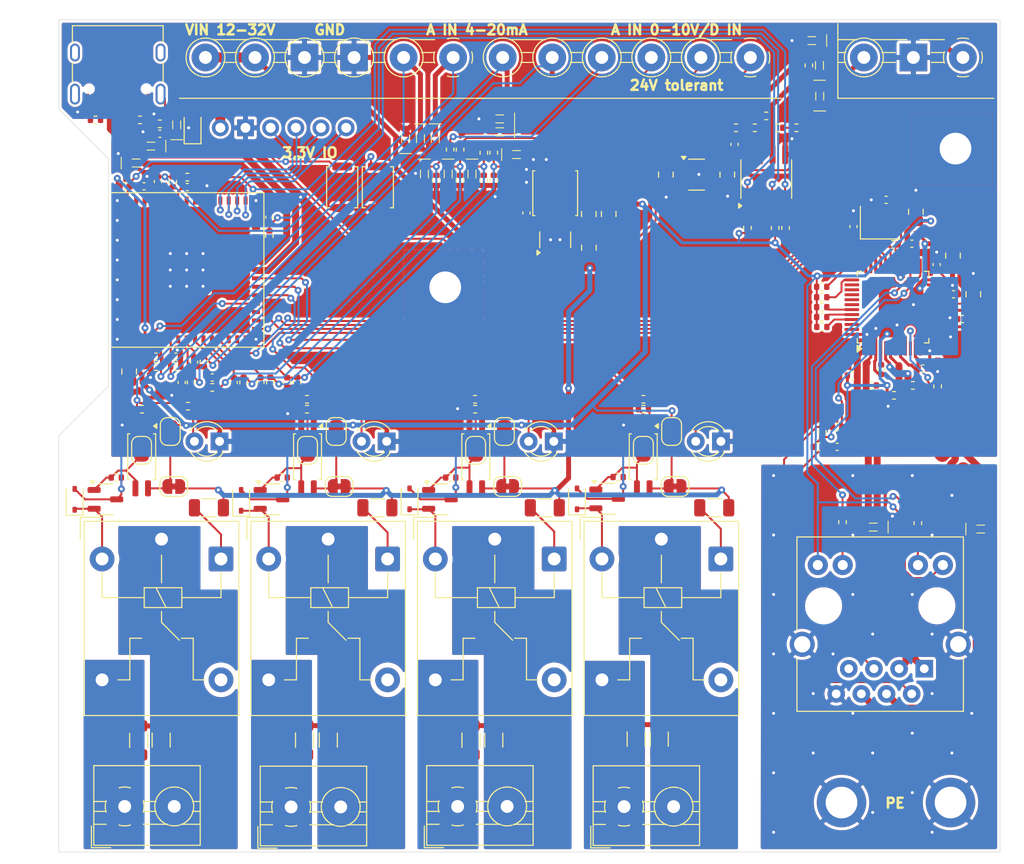
<source format=kicad_pcb>
(kicad_pcb (version 20240108) (generator "pcbnew") (generator_version "8.0")
  (layers (0 "F.Cu" signal) (31 "B.Cu" signal) (34 "B.Paste" user) (35 "F.Paste" user) (36 "B.SilkS" user "B.Silkscreen") (37 "F.SilkS" user "F.Silkscreen") (38 "B.Mask" user) (39 "F.Mask" user) (44 "Edge.Cuts" user))
  (net 0 "")
  (net 1 "GND")
  (net 2 "EN")
  (net 3 "+3.3V")
  (net 4 "Net-(J3-SHIELD)")
  (net 5 "Net-(U3-BST)")
  (net 6 "/buck")
  (net 7 "VIN")
  (net 8 "AGND")
  (net 9 "+3.3VA")
  (net 10 "Net-(U4-XI{slash}CLKIN)")
  (net 11 "Net-(U4-XO)")
  (net 12 "Net-(U4-TOCAP)")
  (net 13 "Net-(J1-TCT)")
  (net 14 "Net-(J1-RCT)")
  (net 15 "Net-(U4-1V2O)")
  (net 16 "Net-(U6-RO)")
  (net 17 "Net-(U6-DE)")
  (net 18 "+5V")
  (net 19 "TX")
  (net 20 "Net-(D1-A2)")
  (net 21 "D-")
  (net 22 "D+")
  (net 23 "RXN")
  (net 24 "RXP")
  (net 25 "TXN")
  (net 26 "TXP")
  (net 27 "Net-(D32-A2)")
  (net 28 "Net-(D33-A2)")
  (net 30 "Earth")
  (net 31 "IO15")
  (net 32 "IO16")
  (net 33 "IO17")
  (net 34 "IO18")
  (net 35 "Net-(J3-CC2)")
  (net 36 "Net-(J3-CC1)")
  (net 37 "/IO/INT")
  (net 38 "/IO/RST_W55")
  (net 39 "Net-(U4-PMODE2)")
  (net 40 "Net-(U4-PMODE1)")
  (net 41 "Net-(U4-PMODE0)")
  (net 42 "LINKLED")
  (net 43 "Net-(U4-EXRES1)")
  (net 44 "ACTLED")
  (net 45 "RX")
  (net 46 "IN1")
  (net 47 "IN2")
  (net 48 "IN3")
  (net 49 "IN4")
  (net 50 "IN5")
  (net 51 "IN6")
  (net 52 "IN7")
  (net 53 "IN8")
  (net 54 "Net-(R90-Pad2)")
  (net 55 "Net-(U6-DI)")
  (net 56 "Net-(R97-Pad2)")
  (net 57 "Net-(D35-A)")
  (net 58 "Net-(D36-A)")
  (net 59 "Net-(D37-A)")
  (net 60 "Net-(D38-A)")
  (net 61 "Net-(D39-K)")
  (net 62 "Net-(D40-K)")
  (net 63 "Net-(D41-K)")
  (net 64 "Net-(D42-K)")
  (net 65 "IO0")
  (net 66 "IO38")
  (net 67 "IO21")
  (net 68 "IO12")
  (net 69 "IO39")
  (net 70 "IO40")
  (net 71 "IO41")
  (net 72 "IO34")
  (net 73 "IO42")
  (net 74 "IO10")
  (net 75 "IO47")
  (net 76 "IO48")
  (net 78 "IO37")
  (net 79 "IO36")
  (net 80 "IO26")
  (net 81 "IO35")
  (net 82 "IO33")
  (net 83 "IO14")
  (net 84 "IO11")
  (net 85 "IO45")
  (net 86 "IO9")
  (net 87 "IO13")
  (net 105 "Net-(D5-K)")
  (net 106 "/IO/K4_2")
  (net 107 "/IO/K4_1")
  (net 108 "/IO/K3_1")
  (net 109 "/IO/K2_2")
  (net 110 "/IO/K2_1")
  (net 111 "/IO/K1_2")
  (net 112 "/IO/K1_1")
  (net 113 "IO46")
  (net 115 "Net-(JP1-A)")
  (net 116 "Net-(JP2-A)")
  (net 117 "Net-(JP3-A)")
  (net 118 "Net-(JP4-A)")
  (net 119 "Net-(R22-Pad2)")
  (net 120 "Net-(R23-Pad2)")
  (net 121 "Net-(R24-Pad2)")
  (net 122 "Net-(R25-Pad2)")
  (net 123 "/buck_u")
  (net 124 "/IO/K3_2")
  (net 125 "Net-(JP9-B)")
  (net 126 "Net-(JP10-B)")
  (net 127 "Net-(JP11-B)")
  (net 128 "Net-(JP12-B)")
  (net 129 "Net-(C3-Pad2)")
  (net 130 "Net-(C10-Pad2)")
  (net 131 "Net-(C26-Pad2)")
  (net 132 "Net-(C27-Pad2)")
  (net 133 "Net-(K1-PadA1)")
  (net 134 "Net-(K2-PadA1)")
  (net 135 "Net-(K3-PadA1)")
  (net 136 "Net-(K4-PadA1)")
  (net 137 "Net-(J1-Pad11)")
  (net 138 "Net-(J1-Pad10)")
  (net 139 "VTERM")
  (net 140 "Net-(J11-Pin_4)")
  (net 141 "Net-(J11-Pin_3)")
  (net 142 "Net-(J11-Pin_2)")
  (net 143 "Net-(J11-Pin_1)")
  (footprint "Relay_THT:Relay_SPDT_Hongfa_HF3F-L-xx-1ZL1T" (layer "F.Cu") (at 170.184166 121.4175 -90)
    (property "Reference" "K2" (hide yes))
    (property "Value" "Relay_SPDT")
  )
  (footprint "Resistor_SMD:R_0402_1005Metric" (layer "F.Cu") (at 216.1 117.7 -90)
    (property "Reference" "R19" (hide yes))
    (property "Value" "1kΩ")
  )
  (footprint "Capacitor_SMD:C_0402_1005Metric" (layer "F.Cu") (at 146.8 101 180)
    (property "Reference" "C34" (hide yes))
    (property "Value" "100nF")
  )
  (footprint "Resistor_SMD:R_0402_1005Metric" (layer "F.Cu") (at 214 93.95 180)
    (property "Reference" "R7" (hide yes))
    (property "Value" "10kΩ")
  )
  (footprint "Jumper:SolderJumper-2_P1.3mm_Open_RoundedPad1.0x1.5mm" (layer "F.Cu") (at 196 110.45 -90)
    (property "Reference" "JP12" (hide yes))
    (property "Value" "Jumper")
  )
  (footprint "Capacitor_SMD:C_0402_1005Metric" (layer "F.Cu") (at 152.49 103.1 180)
    (property "Reference" "C38" (hide yes))
    (property "Value" "100nF")
  )
  (footprint "diy:TVS_dubbel" (layer "F.Cu") (at 183.2 80.6)
    (property "Reference" "D31" (hide yes))
    (property "Value" "D_TVS")
  )
  (footprint "diy:TVS_dubbel" (layer "F.Cu") (at 148.9 77.6 90)
    (property "Reference" "D1" (hide yes))
    (property "Value" "D_TVS")
  )
  (footprint "TerminalBlock:TerminalBlock_MaiXu_MX126-5.0-02P_1x02_P5.00mm" (layer "F.Cu") (at 177.25 146.395)
    (property "Reference" "J15" (hide yes))
    (property "Value" "Screw_Terminal_01x02")
  )
  (footprint "Capacitor_SMD:C_0402_1005Metric" (layer "F.Cu") (at 205.2 79.575 90)
    (property "Reference" "C42" (hide yes))
    (property "Value" "100nF")
  )
  (footprint "Capacitor_SMD:C_0402_1005Metric" (layer "F.Cu") (at 148.8 101)
    (property "Reference" "C35" (hide yes))
    (property "Value" "100nF")
  )
  (footprint "Resistor_SMD:R_0402_1005Metric" (layer "F.Cu") (at 176.56 113.2 180)
    (property "Reference" "R106" (hide yes))
    (property "Value" "10kΩ")
  )
  (footprint "Relay_THT:Relay_SPDT_Hongfa_HF3F-L-xx-1ZL1T" (layer "F.Cu") (at 187.000832 121.4175 -90)
    (property "Reference" "K3" (hide yes))
    (property "Value" "Relay_SPDT")
  )
  (footprint "Connector_RJ:RJ45_BEL_SS74301-00x_Vertical" (layer "F.Cu") (at 224.35 132.495 180)
    (property "Reference" "J1" (hide yes))
    (property "Value" "RJ45_Bel_SI-60062-F")
  )
  (footprint "Button_Switch_SMD:SW_Push_SPST_NO_Alps_SKRK" (layer "F.Cu") (at 165.6 83.9 -90)
    (property "Reference" "SW1" (hide yes))
    (property "Value" "SW_Push")
  )
  (footprint "diy:TVS_dubbel" (layer "F.Cu") (at 181.5 78.3 180)
    (property "Reference" "D27" (hide yes))
    (property "Value" "D_TVS")
  )
  (footprint "diy:TVS_dubbel" (layer "F.Cu") (at 219.2 118.2 180)
    (property "Reference" "D8" (hide yes))
    (property "Value" "D_TVS")
  )
  (footprint "Resistor_SMD:R_0402_1005Metric" (layer "F.Cu") (at 142.8 113.2 180)
    (property "Reference" "R104" (hide yes))
    (property "Value" "10kΩ")
  )
  (footprint "Diode_SMD:D_SOD-323" (layer "F.Cu") (at 155.4 115.5 90)
    (property "Reference" "D40" (hide yes))
    (property "Value" "D_Zener")
  )
  (footprint "Resistor_SMD:R_0402_1005Metric" (layer "F.Cu") (at 161.05 103.6 -90)
    (property "Reference" "R73" (hide yes))
    (property "Value" "82Ω")
  )
  (footprint "Capacitor_SMD:C_0402_1005Metric" (layer "F.Cu") (at 215.555 108.1)
    (property "Reference" "C20" (hide yes))
    (property "Value" "100nF")
  )
  (footprint "Resistor_SMD:R_0402_1005Metric" (layer "F.Cu") (at 213.655 110.1)
    (property "Reference" "R16" (hide yes))
    (property "Value" "10Ω")
  )
  (footprint "Resistor_SMD:R_0402_1005Metric" (layer "F.Cu") (at 212.7 71.6 90)
    (property "Reference" "R96" (hide yes))
    (property "Value" "120Ω")
  )
  (footprint "Jumper:SolderJumper-2_P1.3mm_Bridged_RoundedPad1.0x1.5mm" (layer "F.Cu") (at 148.6 114.1)
    (property "Reference" "JP4" (hide yes))
    (property "Value" "Jumper")
  )
  (footprint "Resistor_SMD:R_0402_1005Metric" (layer "F.Cu") (at 150.05 106 180)
    (property "Reference" "R100" (hide yes))
    (property "Value" "1kΩ")
  )
  (footprint "Resistor_SMD:R_1206_3216Metric" (layer "F.Cu") (at 195.27 139.6 90)
    (property "Reference" "R27" (hide yes))
    (property "Value" "220Ω")
  )
  (footprint "MountingHole:MountingHole_3.2mm_M3" (layer "F.Cu") (at 176 94)
    (property "Reference" "H3" (hide yes))
    (property "Value" "MountingHole_Pad")
  )
  (footprint "Capacitor_SMD:C_1206_3216Metric" (layer "F.Cu") (at 197.6 139.6 90)
    (property "Reference" "C10" (hide yes))
    (property "Value" "TBD")
  )
  (footprint "Package_TO_SOT_SMD:SOT-23-3" (layer "F.Cu") (at 192.3375 115.35)
    (property "Reference" "Q8" (hide yes))
    (property "Value" "NMOS")
  )
  (footprint "Resistor_SMD:R_1206_3216Metric" (layer "F.Cu") (at 169.15 116.25 180)
    (property "Reference" "R30" (hide yes))
    (property "Value" "~400Ω")
  )
  (footprint "diy:TVS_dubbel" (layer "F.Cu") (at 213 69.1 180)
    (property "Reference" "D34" (hide yes))
    (property "Value" "D_TVS")
  )
  (footprint "Resistor_SMD:R_0402_1005Metric" (layer "F.Cu") (at 209.3 88 90)
    (property "Reference" "R93" (hide yes))
    (property "Value" "10kΩ")
  )
  (footprint "Package_SO:SOP-4_4.4x2.6mm_P1.27mm" (layer "F.Cu") (at 145.365 111.1 -90)
    (property "Reference" "U8" (hide yes))
    (property "Value" "SFH617A-1X007T")
  )
  (footprint "Resistor_SMD:R_0402_1005Metric" (layer "F.Cu") (at 143.69 83.8)
    (property "Reference" "R1" (hide yes))
    (property "Value" "10kΩ")
  )
  (footprint "Package_SO:SOP-4_4.4x2.6mm_P1.27mm" (layer "F.Cu") (at 179.085 111.1 -90)
    (property "Reference" "U7" (hide yes))
    (property "Value" "SFH617A-1X007T")
  )
  (footprint "Resistor_SMD:R_0402_1005Metric" (layer "F.Cu") (at 210.35 88 90)
    (property "Reference" "R92" (hide yes))
    (property "Value" "10kΩ")
  )
  (footprint "MountingHole:MountingHole_3.2mm_M3" (layer "F.Cu") (at 227 146)
    (property "Reference" "H1" (hide yes))
    (property "Value" "MountingHole_Pad")
  )
  (footprint "Relay_THT:Relay_SPDT_Hongfa_HF3F-L-xx-1ZL1T" (layer "F.Cu") (at 153.3675 121.4175 -90)
    (property "Reference" "K1" (hide yes))
    (property "Value" "Relay_SPDT")
  )
  (footprint "Resistor_SMD:R_0402_1005Metric" (layer "F.Cu") (at 179.01 105.3 180)
    (property "Reference" "R102" (hide yes))
    (property "Value" "1kΩ")
  )
  (footprint "Resistor_SMD:R_0402_1005Metric" (layer "F.Cu") (at 193.45 113.15 180)
    (property "Reference" "R107" (hide yes))
    (property "Value" "10kΩ")
  )
  (footprint "Capacitor_SMD:C_0402_1005Metric" (layer "F.Cu") (at 220.5 85.17)
    (property "Reference" "C17" (hide yes))
    (property "Value" "TBD")
  )
  (footprint "diy:TVS_dubbel" (layer "F.Cu") (at 173.5 79 -90)
    (property "Reference" "D24" (hide yes))
    (property "Value" "D_TVS")
  )
  (footprint "Jumper:SolderJumper-2_P1.3mm_Bridged_RoundedPad1.0x1.5mm" (layer "F.Cu") (at 165.3 114.1)
    (property "Reference" "JP3" (hide yes))
    (property "Value" "Jumper")
  )
  (footprint "LED_THT:LED_D3.0mm" (layer "F.Cu") (at 170.091666 109.55 180)
    (property "Reference" "D36" (hide yes))
    (property "Value" "LED")
  )
  (footprint "Resistor_SMD:R_0402_1005Metric" (layer "F.Cu") (at 162.05 105.3 180)
    (property "Reference" "R101" (hide yes))
    (property "Value" "1kΩ")
  )
  (footprint "TerminalBlock:TerminalBlock_MaiXu_MX126-5.0-02P_1x02_P5.00mm" (layer "F.Cu") (at 143.65 146.395)
    (property "Reference" "J13" (hide yes))
    (property "Value" "Screw_Terminal_01x02")
  )
  (footprint "Capacitor_SMD:C_0402_1005Metric" (layer "F.Cu") (at 150.65 101.55 -90)
    (property "Reference" "C37" (hide yes))
    (property "Value" "100nF")
  )
  (footprint "Resistor_SMD:R_0402_1005Metric" (layer "F.Cu") (at 155.65 103.6 -90)
    (property "Reference" "R71" (hide yes))
    (property "Value" "82Ω")
  )
  (footprint "Capacitor_SMD:C_0402_1005Metric" (layer "F.Cu") (at 147 83.32 90)
    (property "Reference" "C23" (hide yes))
    (property "Value" "TBD")
  )
  (footprint "Resistor_SMD:R_0402_1005Metric" (layer "F.Cu") (at 145.4 106.3)
    (property "Reference" "R24" (hide yes))
    (property "Value" "220Ω")
  )
  (footprint "Resistor_SMD:R_0402_1005Metric" (layer "F.Cu") (at 205.35 77.9 180)
    (property "Reference" "R99" (hide yes))
    (property "Value" "10kΩ")
  )
  (footprint "Capacitor_SMD:C_0402_1005Metric" (layer "F.Cu") (at 160.05 103.6 -90)
    (property "Reference" "C41" (hide yes))
    (property "Value" "100nF")
  )
  (footprint "Resistor_SMD:R_0402_1005Metric" (layer "F.Cu") (at 146.8 102 180)
    (property "Reference" "R66" (hide yes))
    (property "Value" "82Ω")
  )
  (footprint "Capacitor_SMD:C_0402_1005Metric" (layer "F.Cu") (at 158.25 86.92 90)
    (property "Reference" "C24" (hide yes))
    (property "Value" "TBD")
  )
  (footprint "diy:TVS_dubbel" (layer "F.Cu") (at 146.3 79.75 180)
    (property "Reference" "D2" (hide yes))
    (property "Value" "D_TVS")
  )
  (footprint "Resistor_SMD:R_0402_1005Metric" (layer "F.Cu") (at 211.45 77.9 180)
    (property "Reference" "R90" (hide yes))
    (property "Value" "10kΩ")
  )
  (footprint "Connector_USB:USB_C_Receptacle_G-Switch_GT-USB-7010ASV" (layer "F.Cu") (at 142.95 71.375 180)
    (property "Reference" "J3" (hide yes))
    (property "Value" "USB_C_Receptacle_USB2.0_14P")
  )
  (footprint "Capacitor_SMD:C_1206_3216Metric" (layer "F.Cu") (at 147.33 139.7 90)
    (property "Reference" "C27" (hide yes))
    (property "Value" "TBD")
  )
  (footprint "diy:TVS_dubbel" (layer "F.Cu") (at 175 79 -90)
    (property "Reference" "D25" (hide yes))
    (property "Value" "D_TVS")
  )
  (footprint "Diode_SMD:D_SOD-323" (layer "F.Cu") (at 138.6 115.4 90)
    (property "Reference" "D39" (hide yes))
    (property "Value" "D_Zener")
  )
  (footprint "Resistor_SMD:R_1206_3216Metric" (layer "F.Cu") (at 161.8 139.7 90)
    (property "Reference" "R28" (hide yes))
    (property "Value" "220Ω")
  )
  (footprint "Resistor_SMD:R_0402_1005Metric" (layer "F.Cu") (at 214.01 98)
    (property "Reference" "R13" (hide yes))
    (property "Value" "10kΩ")
  )
  (footprint "Connector_PinSocket_2.54mm:PinSocket_1x06_P2.54mm_Vertical" (layer "F.Cu") (at 166 77.9 -90)
    (property "Reference" "J4" (hide yes))
    (property "Value" "Conn_01x06")
  )
  (footprint "Resistor_SMD:R_0402_1005Metric" (layer "F.Cu") (at 223.2 103.9 180)
    (property "Reference" "R9" (hide yes))
    (property "Value" "50Ω")
  )
  (footprint "Resistor_SMD:R_0402_1005Metric" (layer "F.Cu") (at 221.3 104.9 180)
    (property "Reference" "R8" (hide yes))
    (property "Value" "50Ω")
  )
  (footprint "Package_SO:SOP-4_4.4x2.6mm_P1.27mm" (layer "F.Cu") (at 162.1 111.1 -90)
    (property "Reference" "U9" (hide yes))
    (property "Value" "SFH617A-1X007T")
  )
  (footprint "Jumper:SolderJumper-2_P1.3mm_Open_RoundedPad1.0x1.5mm" (layer "F.Cu") (at 198.85 108.55 90)
    (property "Reference" "JP8" (hide yes))
    (property "Value" "Jumper")
  )
  (footprint "Button_Switch_SMD:SW_Push_SPST_NO_Alps_SKRK" (layer "F.Cu") (at 169.2 83.9 -90)
    (property "Reference" "SW2" (hide yes))
    (property "Value" "SW_Push")
  )
  (footprint "Diode_SMD:D_SOD-323" (layer "F.Cu") (at 150.5 77.9 90)
    (property "Reference" "D5" (hide yes))
    (property "Value" "D_Small")
  )
  (footprint "Resistor_SMD:R_0402_1005Metric" (layer "F.Cu") (at 177.5 83.21 -90)
    (property "Reference" "R37" (hide yes))
    (property "Value" "36KΩ")
  )
  (footprint "diy:TVS_dubbel" (layer "F.Cu") (at 181.5 77 180)
    (property "Reference" "D26" (hide yes))
    (property "Value" "D_TVS")
  )
  (footprint "Capacitor_SMD:C_1206_3216Metric" (layer "F.Cu") (at 164.2 139.7 90)
    (property "Reference" "C26" (hide yes))
    (property "Value" "TBD")
  )
  (footprint "Resistor_SMD:R_0402_1005Metric" (layer "F.Cu") (at 208.4 76.7 180)
    (property "Reference" "R95" (hide yes))
    (property "Value" "120Ω")
  )
  (footprint "Resistor_SMD:R_0402_1005Metric" (layer "F.Cu") (at 158.25 88.82 -90)
    (property "Reference" "R21" (hide yes))
    (property "Value" "TBD")
  )
  (footprint "Resistor_SMD:R_0402_1005Metric" (layer "F.Cu") (at 148.5 83.35 90)
    (property "Reference" "R20" (hide yes))
    (property "Value" "TBD")
  )
  (footprint "Resistor_SMD:R_0402_1005Metric" (layer "F.Cu") (at 150.35 103.6 -90)
    (property "Reference" "R68" (hide yes))
    (property "Value" "82Ω")
  )
  (footprint "Resistor_SMD:R_0402_1005Metric" (layer "F.Cu") (at 176.5 80.1 -90)
    (property "Reference" "R40" (hide yes))
    (property "Value" "100KΩ")
  )
  (footprint "Crystal:Crystal_SMD_3225-4Pin_3.2x2.5mm" (layer "F.Cu") (at 219.9 87.47)
    (property "Reference" "Y1" (hide yes))
    (property "Value" "25MHz")
  )
  (footprint "Capacitor_SMD:C_0805_2012Metric" (layer "F.Cu") (at 223.5 86.37 90)
    (property "Reference" "C11" (hide yes))
    (property "Value" "10µF")
  )
  (footprint "Resistor_SMD:R_0402_1005Metric" (layer "F.Cu") (at 140.7 77.1 180)
    (property "Reference" "R4" (hide yes))
    (property "Value" "5.1K")
  )
  (footprint "MountingHole:MountingHole_3.2mm_M3" (layer "F.Cu") (at 227.5 80)
    (property "Reference" "H2" (hide yes))
    (property "Value" "MountingHole_Pad")
  )
  (footprint "diy:TVS_dubbel" (layer "F.Cu") (at 178.7 82.56 -90)
    (property "Reference" "D30" (hide yes))
    (property "Value" "D_TVS")
  )
  (footprint "diy:TVS_dubbel" (layer "F.Cu") (at 230.05 118.4)
    (property "Reference" "D7" (hide yes))
    (property "Value" "D_TVS")
  )
  (footprint "LED_THT:LED_D3.0mm" (layer "F.Cu") (at 153.225 109.55 180)
    (property "Reference" "D35" (hide yes))
    (property "Value" "LED")
  )
  (footprint "Capacitor_SMD:C_0805_2012Metric" (layer "F.Cu") (at 190.49 86.6 90)
    (property "Reference" "C7" (hide yes))
    (property "Value" "22µF")
  )
  (footprint "Resistor_SMD:R_0402_1005Metric" (layer "F.Cu") (at 175.1 83.21 -90)
    (property "Reference" "R41" (hide yes))
    (property "Value" "36KΩ")
  )
  (footprint "LED_THT:LED_D3.0mm" (layer "F.Cu") (at 186.958332 109.55 180)
    (property "Reference" "D37" (hide yes))
    (property "Value" "LED")
  )
  (footprint "TerminalBlock:TerminalBlock_MaiXu_MX126-5.0-03P_1x03_P5.00mm" (layer "F.Cu") (at 228.25 70.8 180)
    (property "Reference" "J12" (hide yes))
    (property "Value" "Screw_Terminal_01x03")
  )
  (footprint "diy:TVS_dubbel" (layer "F.Cu") (at 172 79 90)
    (property "Reference" "D9" (hide yes))
    (property "Value" "D_TVS")
  )
  (footprint "diy:TVS_dubbel" (layer "F.Cu") (at 176.3 82.56 -90)
    (property "Reference" "D29" (hide yes))
    (property "Value" "D_TVS")
  )
  (footprint "Resistor_SMD:R_0402_1005Metric" (layer "F.Cu") (at 196 105.3 180)
    (property "Reference" "R103" (hide yes))
    (property "Value" "1kΩ")
  )
  (footprint "diy:TVS_dubbel" (layer "F.Cu") (at 213.775 71.6 90)
    (property "Reference" "D33" (hide yes))
    (property "Value" "D_TVS")
  )
  (footprint "Capacitor_SMD:C_0402_1005Metric" (layer "F.Cu") (at 215.555 110.1)
    (property "Reference" "C21" (hide yes))
    (property "Value" "100nF")
  )
  (footprint "Package_SO:SOP-4_4.4x2.6mm_P1.27mm" (layer "F.Cu") (at 195.985 111.1 -90)
    (property "Reference" "U5" (hide yes))
    (property "Value" "SFH617A-1X007T")
  )
  (footprint "Jumper:SolderJumper-2_P1.3mm_Bridged_RoundedPad1.0x1.5mm" (layer "F.Cu") (at 182.3 114.1)
    (property "Reference" "JP2" (hide yes))
    (property "Value" "Jumper")
  )
  (footprint "Jumper:SolderJumper-2_P1.3mm_Open_RoundedPad1.0x1.5mm" (layer "F.Cu") (at 179.07 110.45 -90)
    (property "Reference" "JP11" (hide yes))
    (property "Value" "Jumper")
  )
  (footprint "Resistor_SMD:R_0402_1005Metric" (layer "F.Cu") (at 217.1 102.9)
    (property "Reference" "R6" (hide yes))
    (property "Value" "50Ω")
  )
  (footprint "Resistor_SMD:R_0402_1005Metric" (layer "F.Cu") (at 180.9 80.41 -90)
    (property "Reference" "R36" (hide yes))
    (property "Value" "100KΩ")
  )
  (footprint "Package_TO_SOT_SMD:SOT-23-3" (layer "F.Cu") (at 158.4625 115.4)
    (property "Reference" "Q6" (hide yes))
    (property "Value" "NMOS")
  )
  (footprint "Capacitor_SMD:C_0402_1005Metric" (layer "F.Cu") (at 224.2 102.2)
    (property "Reference" "C13" (hide yes))
    (property "Value" "100nF")
  )
  (footprint "Capacitor_SMD:C_0805_2012Metric" (layer "F.Cu") (at 227.25 90.8 -90)
    (property "Reference" "C12" (hide yes))
    (property "Value" "10µF")
  )
  (footprint "Capacitor_SMD:C_0402_1005Metric" (layer "F.Cu") (at 157.35 103.6 -90)
    (property "Reference" "C40" (hide yes))
    (property "Value" "100nF")
  )
  (footprint "Resistor_SMD:R_0402_1005Metric" (layer "F.Cu") (at 221.2 89.67)
    (property "Reference" "R14" (hide yes))
    (property "Value" "1MΩ")
  )
  (footprint "Capacitor_SMD:C_0402_1005Metric" (layer "F.Cu") (at 145.6 83.8 180)
    (property "Reference" "C1" (hide yes))
    (property "Value" "1µF")
  )
  (footprint "Capacitor_SMD:C_0402_1005Metric" (layer "F.Cu") (at 227.3 94.7)
    (property "Reference" "C15" (hide yes))
    (property "Value" "100nF")
  )
  (footprint "Capacitor_SMD:C_0805_2012Metric" (layer "F.Cu") (at 198.2675 82.625 -90)
    (property "Reference" "C25" (hide yes))
    (property "Value" "10µF")
  )
  (footprint "Resistor_SMD:R_0402_1005Metric" (layer "F.Cu") (at 148.8 102)
    (property "Reference" "R67" (hide yes))
    (property "Value" "82Ω")
  )
  (footprint "Package_TO_SOT_SMD:SOT-23-3" (layer "F.Cu") (at 141.7 115.4)
    (property "Reference" "Q5" (hide yes))
    (property "Value" "NMOS")
  )
  (footprint "Resistor_SMD:R_0402_1005Metric" (layer "F.Cu") (at 214 97)
    (property "Reference" "R12" (hide yes))
    (property "Value" "10kΩ")
  )
  (footprint "Capacitor_SMD:C_0402_1005Metric" (layer "F.Cu") (at 147.2 78.5)
    (property "Reference" "C4" (hide yes))
    (property "Value" "100nF")
  )
  (footprint "Capacitor_SMD:C_0402_1005Metric" (layer "F.Cu") (at 220 102.3 -90)
    (property "Reference" "C14" (hide yes))
    (property "Value" "100nF")
  )
  (footprint "Resistor_SMD:R_0402_1005Metric" (layer "F.Cu") (at 207.25 77.9 180)
    (property "Reference" "R97" (hide yes))
    (property "Value" "10kΩ")
  )
  (footprint "Capacitor_SMD:C_0402_1005Metric" (layer "F.Cu") (at 223.1 89.6)
    (property "Reference" "C9" (hide yes))
    (property "Value" "100nF")
  )
  (footprint "Package_TO_SOT_SMD:SOT-23-3" (layer "F.Cu") (at 175.4625 115.4)
    (property "Reference" "Q7" (hide yes))
    (property "Value" "NMOS")
  )
  (footprint "Resistor_SMD:R_0402_1005Metric" (layer "F.Cu") (at 219 103.9)
    (property "Reference" "R2" (hide yes))
    (property "Value" "50Ω")
  )
  (footprint "Resistor_SMD:R_0402_1005Metric" (layer "F.Cu") (at 214 96)
    (property "Reference" "R11" (hide yes))
    (property "Value" "10kΩ")
  )
  (footprint "Resistor_SMD:R_0402_1005Metric" (layer "F.Cu") (at 152.49 104.1 180)
    (property "Reference" "R70" (hide yes))
    (property "Value" "82Ω")
  )
  (footprint "Capacitor_SMD:C_0402_1005Metric" (layer "F.Cu") (at 184.2 86.5 90)
    (property "Reference" "C5" (hide yes))
    (property "Value" "100nF")
  )
  (footprint "Resistor_SMD:R_0402_1005Metric" (layer "F.Cu") (at 209.55 77.9 180)
    (property "Reference" "R91" (hide yes))
    (property "Value" "10kΩ")
  )
  (footprint "Capacitor_SMD:C_0402_1005Metric" (layer "F.Cu") (at 149.97 83.88)
    (property "Reference" "C44" (hide yes))
    (property "Value" "TBD")
  )
  (footprint "TerminalBlock:TerminalBlock_MaiXu_MX126-5.0-06P_1x06_P5.00mm" (layer "F.Cu") (at 176.8 70.8 180)
    (property "Reference" "J9" (hide yes))
    (property "Value" "Screw_Terminal_01x06")
  )
  (footprint "Jumper:SolderJumper-2_P1.3mm_Open_RoundedPad1.0x1.5mm" (layer "F.Cu") (at 162.1 110.45 -90)
    (property "Reference" "JP10" (hide yes))
    (property "Value" "Jumper")
  )
  (footprint "Resistor_SMD:R_0402_1005Metric" (layer "F.Cu") (at 159.55 113.2 180)
    (property "Reference" "R105" (hide yes))
    (property "Value" "10kΩ")
  )
  (footprint "Inductor_SMD:L_Abracon_ASPI-0425" (layer "F.Cu") (at 187.1 84.5 90)
    (property "Reference" "L1" (hide yes))
    (property "Value" "TBD")
  )
  (footprint "Capacitor_SMD:C_0402_1005Metric" (layer "F.Cu") (at 149.4 103.6 -90)
    (property "Reference" "C36" (hide yes))
    (property "Value" "100nF")
  )
  (footprint "Capacitor_SMD:C_0402_1005Metric" (layer "F.Cu") (at 225.6 91.7 90)
    (property "Reference" "C22" (hide yes))
    (property "Value" "10nF")
  )
  (footprint "Inductor_SMD:L_0402_1005Metric" (layer "F.Cu") (at 187.59 92.95 -90)
    (property "Reference" "FB5" (hide yes))
    (property "Value" "FerriteBead")
  )
  (footprint "Resistor_SMD:R_0402_1005Metric" (layer "F.Cu") (at 151.65 101.5 -90)
    (property "Reference" "R69" (hide yes))
    (property "Value" "82Ω")
  )
  (footprint "Resistor_SMD:R_0402_1005Metric" (layer "F.Cu") (at 179.9 80.42 -90)
    (property "Reference" "R35" (hide yes))
    (property "Value" "100KΩ")
  )
  (footprint "Resistor_SMD:R_0402_1005Metric" (layer "F.Cu") (at 223.7 117.8 -90)
    (property "Reference" "R17" (hide yes))
    (property "Value" "1kΩ")
  )
  (footprint "Capacitor_SMD:C_1206_3216Metric" (layer "F.Cu") (at 180.9 139.7 90)
    (property "Reference" "C3" (hide yes))
    (property "Value" "TBD")
  )
  (footprint "Capacitor_SMD:C_0402_1005Metric" (layer "F.Cu") (at 228.2 97.2 180)
    (property "Reference" "C16" (hide yes))
    (property "Value" "100nF")
  )
  (footprint "TerminalBlock:TerminalBlock_MaiXu_MX126-5.0-02P_1x02_P5.00mm" (layer "F.Cu") (at 160.45 146.445)
    (property "Reference" "J14" (hide yes))
    (property "Value" "Screw_Terminal_01x02")
  )
  (footprint "Capacitor_SMD:C_0805_2012Metric" (layer "F.Cu") (at 229.3 94.7 90)
    (property "Reference" "C19" (hide yes))
    (property "Value" "4,7µF")
  )
  (footprint "LED_THT:LED_D3.0mm" (layer "F.Cu") (at 203.825 109.55 180)
    (property "Reference" "D38" (hide yes))
    (property "Value" "LED")
  )
  (footprint "Resistor_SMD:R_1206_3216Metric" (layer "F.Cu") (at 152.15 116.25 180)
    (property "Reference" "R31" (hide yes))
    (property "Value" "~400Ω")
  )
  (footprint "Capacitor_SMD:C_0402_1005Metric" (layer "F.Cu") (at 154.65 103.6 -90)
    (property "Reference" "C39" (hide yes))
    (property "Value" "100nF")
  )
  (footprint "Diode_SMD:D_SOD-323" (layer "F.Cu") (at 172.4 115.35 90)
    (property "Reference" "D41" (hide yes))
    (property "Value" "D_Zener")
  )
  (footprint "Resistor_SMD:R_0402_1005Metric" (layer "F.Cu") (at 206.5 88 90)
    (property "Reference" "R94" (hide yes))
    (property "Value" "10kΩ")
  )
  (footprint "Capacitor_SMD:C_0402_1005Metric" (layer "F.Cu") (at 217.2 87.87 90)
    (property "Reference" "C18" (hide yes))
    (property "Value" "TBD")
  )
  (footprint "Package_TO_SOT_SMD:TSOT-23-6" (layer "F.Cu") (at 187.1 89.2 90)
    (property "Reference" "U3" (hide yes))
    (property "Value" "AP63203WU")
  )
  (footprint "TerminalBlock:TerminalBlock_MaiXu_MX126-5.0-02P_1x02_P5.00mm" (layer "F.Cu") (at 194.05 146.4125)
    (property "Reference" "J16" (hide yes))
    (property "Value" "Screw_Terminal_01x02")
  )
  (footprint "Jumper:SolderJumper-2_P1.3mm_Bridged_RoundedPad1.0x1.5mm" (layer "F.Cu") (at 199.2 114.1)
    (property "Reference" "JP1" (hide yes))
    (property "Value" "Jumper")
  )
  (footprint "Resistor_SMD:R_0402_1005Metric" (layer "F.Cu") (at 225.7 104 -90)
    (property "Reference" "R18" (hide yes))
    (property "Value" "12,4K")
  )
  (footprint "Jumper:SolderJumper-2_P1.3mm_Open_RoundedPad1.0x1.5mm" (layer "F.Cu") (at 145.35 110.45 -90)
    (property "Reference" "JP9" (hide yes))
    (property "Value" "Jumper")
  )
  (footprint "Package_QFP:LQFP-48_7x7mm_P0.5mm" (layer "F.Cu") (at 221.2 96 90)
    (property "Reference" "U4" (hide yes))
    (property "Value" "W5500")
  )
  (footprint "Resistor_SMD:R_0402_1005Metric" (layer "F.Cu") (at 196 106.3)
    (property "Reference" "R22" (hide yes))
    (property "Value" "220Ω")
  )
  (footprint "Resistor_SMD:R_0402_1005Metric" (layer "F.Cu") (at 145.2 77.1)
    (property "Reference" "R5" (hide yes))
    (property "Value" "5.1K")
  )
  (footprint "Package_SO:SOIC-8_3.9x4.9mm_P1.27mm" (layer "F.Cu") (at 208.405 83.075 90)
    (property "Reference" "U6" (hide yes))
    (property "Value" "MAX485E")
  )
  (footprint "Resistor_SMD:R_0402_1005Metric" (layer "F.Cu") (at 162.05 106.3)
    (property "Reference" "R25" (hide yes))
    (property "Value" "220Ω")
  )
  (footprint "Capacitor_SMD:C_0805_2012Metric" (layer "F.Cu") (at 192.5 86.6 90)
    (property "Reference" "C8" (hide yes))
    (property "Value" "22µF")
  )
  (footprint "Diode_SMD:D_SOD-323" (layer "F.Cu") (at 189.3 115.35 90)
    (property "Reference" "D42" (hide yes))
    (property "Value" "D_Zener")
  )
  (footprint "Jumper:SolderJumper-2_P1.3mm_Open_RoundedPad1.0x1.5mm" (layer "F.Cu") (at 148.25 108.55 90)
    (property "Reference" "JP5" (hide yes))
    (property "Value" "Jumper")
  )
  (footprint "diy:TVS_dubbel" (layer "F.Cu") (at 173.9 82.56 -90)
    (property "Reference" "D28" (hide yes))
    (property "Value" "D_TVS")
  )
  (footprint "Resistor_SMD:R_0402_1005Metric" (layer "F.Cu") (at 180.9 83.21 -90)
    (property "Reference" "R39" (hide yes))
    (property "Value" "36KΩ")
  )
  (footprint "Resistor_SMD:R_0402_1005Metric" (layer "F.Cu") (at 149.97 82.88)
    (property "Reference" "R98" (hide yes))
    (property "Value" "TBD")
  )
  (footprint "Inductor_SMD:L_0402_1005Metric" (layer "F.Cu") (at 194.5 85.6 180)
    (property "Reference" "FB1" (hide yes))
    (property "Value" "FerriteBead_Small")
  )
  (footprint "Resistor_SMD:R_0402_1005Metric" (layer "F.Cu") (at 179.9 83.21 -90)
    (property "Reference" "R38" (hide yes))
    (property "Value" "36KΩ")
  )
  (footprint "Resistor_SMD:R_1206_3216Metric" (layer "F.Cu") (at 203.15 116.25 180)
    (property "Reference" "R33" (hide yes))
    (property "Value" "~400Ω")
  )
  (footprint "RF_Module:ESP32-S2-MINI-1" (layer "F.Cu") (at 147.35 92.2445 90)
    (property "Reference" "U1" (hide yes))
    (property "Value" "ESP32-S3-MINI-1")
  )
  (footprint "Capacitor_SMD:C_0805_2012Metric" (layer "F.Cu") (at 190.5 90 -90)
    (property "Reference" "C6" (hide yes))
    (property "Value" "10µF")
  )
  (footprint "Resistor_SMD:R_0402_1005Metric" (layer "F.Cu") (at 147.2 77.5 180)
    (property "Reference" "R3" (hide yes))
    (property "Value" "10kΩ")
  )
  (footprint "Resistor_SMD:R_0402_1005Metric" (layer "F.Cu") (at 214 95)
    (property "Reference" "R10" (hide yes))
    (property "Value" "10kΩ")
  )
  (footprint "Resistor_SMD:R_1206_3216Metric" (layer "F.Cu") (at 186.05 116.25 180)
    (property "Reference" "R32" (hide yes))
    (property "Value" "~400Ω")
  )
  (footprint "Resistor_SMD:R_0402_1005Metric" (layer "F.Cu") (at 177.5 80.1 -90)
    (property "Reference" "R34" (hide yes))
    (property "Value" "100KΩ")
  )
  (footprint "TerminalBlock:TerminalBlock_MaiXu_MX126-5.0-06P_1x06_P5.00mm" (layer "F.Cu") (at 206.8 70.8 180)
    (property "Reference" "J11" (hide yes))
    (property "Value" "Screw_Terminal_01x06")
  )
  (footprint "Resistor_SMD:R_1206_3216Metric" (layer "F.Cu") (at 178.6 139.7 90)
    (property "Reference" "R26" (hide yes))
    (property "Value" "220Ω")
  )
  (footprint "Inductor_SMD:L_0402_1005Metric" (layer "F.Cu") (at 223.1 88.6 180)
    (property "Reference" "FB3" (hide yes))
    (property "Value" "Ferrite")
  )
  (footprint "Relay_THT:Relay_SPDT_Hongfa_HF3F-L-xx-1ZL1T" (layer "F.Cu") (at 203.8175 121.4175 -90)
    (property "Reference" "K4" (hide yes))
    (property "Value" "Relay_SPDT")
  )
  (footprint "Capacitor_SMD:C_0805_2012Metric" (layer "F.Cu") (at 144.1 102.5 -90)
    (property "Reference" "C2" (hide yes))
    (property "Value" "10µF")
  )
  (footprint "Inductor_SMD:L_0402_1005Metric" (layer "F.Cu") (at 188.79 92.95 -90)
    (property "Reference" "FB2" (hide yes))
    (property "Value" "FerriteBead_Small")
  )
  (footprint "Jumper:SolderJumper-2_P1.3mm_Open_RoundedPad1.0x1.5mm" (layer "F.Cu") (at 181.97 108.55 90)
    (property "Reference" "JP7" (hide yes))
    (property "Value" "Jumper")
  )
  (footprint "Inductor_SMD:L_0402_1005Metric" (layer "F.Cu") (at 225.7 100.9 90)
    (property "Reference" "FB4" (hide yes))
    (property "Value" "Ferrite")
  )
  (footprint "Resistor_SMD:R_0402_1005Metric" (layer "F.Cu") (at 179.02 106.3)
    (property "Reference" "R23" (hide yes))
    (property "Value" "220Ω")
  )
  (footprint "diy:TVS_dubbel" (layer "F.Cu") (at 213.8 74.7 90)
    (property "Reference" "D32" (hide yes))
    (property "Value" "D_TVS")
  )
  (footprint "Resistor_SMD:R_1206_3216Metric" (layer "F.Cu") (at 145.06 139.73 90)
    (property "Reference" "R29" (hide yes))
    (property "Value" "220Ω")
  )
  (footprint "Resistor_SMD:R_0402_1005Metric" (layer "F.Cu") (at 214.055 108.6 90)
    (property "Reference" "R15" (hide yes))
    (property "Value" "10Ω")
  )
  (footprint "MountingHole:MountingHole_3.2mm_M3" (layer "F.Cu") (at 216 146)
    (property "Reference" "H4" (hide yes))
    (property "Value" "MountingHole_Pad")
  )
  (footprint "Package_TO_SOT_SMD:SOT-23-5" (layer "F.Cu") (at 201.3675 82.625)
    (property "Reference" "U2" (hide yes))
    (property "Value" "NCP163ASN500T1G")
  )
  (footprint "diy:TVS_dubbel" (layer "F.Cu") (at 144.8 81.45)
    (property "Reference" "D3" (hide yes))
    (property "Value" "D_TVS")
  )
  (footprint "Jumper:SolderJumper-2_P1.3mm_Open_RoundedPad1.0x1.5mm" (layer "F.Cu") (at 165 108.55 90)
    (property "Reference" "JP6" (hide yes))
    (property "Value" "Jumper")
  )
  (footprint "Resistor_SMD:R_0402_1005Metric" (layer "F.Cu") (at 158.35 103.6 -90)
    (property "Reference" "R72" (hide yes))
    (property "Value" "82Ω")
  )
  (footprint "Capacitor_SMD:C_0805_2012Metric" (layer "F.Cu") (at 204.4675 82.625 -90)
    (property "Reference" "C43" (hide yes))
    (property "Value" "10µF")
  )
  (gr_line (start 142 81) (end 142 104) (stroke (width 0.05)) (layer "Edge.Cuts"))
  (gr_line (start 137 109) (end 142 104) (stroke (width 0.05)) (layer "Edge.Cuts"))
  (gr_line (start 137 76) (end 142 81) (stroke (width 0.05)) (layer "Edge.Cuts"))
  (gr_line (start 232 67) (end 137 67) (stroke (width 0.05)) (layer "Edge.Cuts"))
  (gr_line (start 232 67) (end 232 151) (stroke (width 0.05)) (layer "Edge.Cuts"))
  (gr_line (start 137 151) (end 232 151) (stroke (width 0.05)) (layer "Edge.Cuts"))
  (gr_line (start 137 76) (end 137 67) (stroke (width 0.05)) (layer "Edge.Cuts"))
  (gr_line (start 137 109) (end 137 151) (stroke (width 0.05)) (layer "Edge.Cuts"))
  (gr_text "PE" (at 221.4 146.65 0) (layer "F.SilkS") (effects (font (size 1 1) (thickness 0.25) (bold yes)) (justify bottom)))
  (gr_text "VIN 12-32V" (at 154.3 68.6 0) (layer "F.SilkS") (effects (font (size 1 1) (thickness 0.25) (bold yes)) (justify bottom)))
  (gr_text "A IN 4-20mA" (at 179.2 68.6 0) (layer "F.SilkS") (effects (font (size 1 1) (thickness 0.25) (bold yes)) (justify bottom)))
  (gr_text "3,3V IO" (at 162.35 81 0) (layer "F.SilkS") (effects (font (size 1 1) (thickness 0.25) (bold yes)) (justify bottom)))
  (gr_text "A IN 0-10V/D IN" (at 199.35 68.6 0) (layer "F.SilkS") (effects (font (size 1 1) (thickness 0.25) (bold yes)) (justify bottom)))
  (gr_text "GND" (at 164.35 68.6 0) (layer "F.SilkS") (effects (font (size 1 1) (thickness 0.25) (bold yes)) (justify bottom)))
  (gr_text "24V tolerant" (at 199.35 74.2 0) (layer "F.SilkS") (effects (font (size 1 1) (thickness 0.25) (bold yes)) (justify bottom)))
  (segment (start 146.08 83.8) (end 146.08 84.8245) (width 0.2) (layer "F.Cu") (net 1))
  (segment (start 176.6 115.4) (end 173.5 115.4) (width 0.2) (layer "F.Cu") (net 1))
  (segment (start 160.06 113.2) (end 160.06 114.2) (width 0.2) (layer "F.Cu") (net 1))
  (segment (start 148.959383 100.329317) (end 149.28 100.649934) (width 0.2) (layer "F.Cu") (net 1))
  (segment (start 177.07 114.93) (end 176.6 115.4) (width 0.2) (layer "F.Cu") (net 1))
  (segment (start 143.31 114.35) (end 143.31 113.2) (width 0.2) (layer "F.Cu") (net 1))
  (segment (start 156.35 115.4) (end 159.6 115.4) (width 0.2) (layer "F.Cu") (net 1))
  (segment (start 155.4 114.45) (end 156.35 115.4) (width 0.2) (layer "F.Cu") (net 1))
  (segment (start 221.95 91.8375) (end 221.95 93) (width 0.3) (layer "F.Cu") (net 1))
  (segment (start 177.07 114.2) (end 177.07 114.93) (width 0.2) (layer "F.Cu") (net 1))
  (segment (start 150.73 101.98) (end 150.7 102.01) (width 0.2) (layer "F.Cu") (net 1))
  (segment (start 160.06 114.94) (end 159.6 115.4) (width 0.2) (layer "F.Cu") (net 1))
  (segment (start 193.96 114.1) (end 193.96 114.865) (width 0.2) (layer "F.Cu") (net 1))
  (segment (start 193.96 114.865) (end 193.475 115.35) (width 0.2) (layer "F.Cu") (net 1))
  (segment (start 173.5 115.4) (end 172.4 114.3) (width 0.2) (layer "F.Cu") (net 1))
  (segment (start 193.96 113.15) (end 193.96 114.1) (width 0.2) (layer "F.Cu") (net 1))
  (segment (start 152.07 102.35) (end 151.7 101.98) (width 0.2) (layer "F.Cu") (net 1))
  (segment (start 149.28 100.649934) (end 149.28 101) (width 0.2) (layer "F.Cu") (net 1))
  (segment (start 147.05 79.75) (end 146.85 79.75) (width 0.3) (layer "F.Cu") (net 1))
  (segment (start 176.3 83.31) (end 176.3 84.4) (width 0.5) (layer "F.Cu") (net 1))
  (segment (start 142.8375 115.4) (end 143.31 114.9275) (width 0.2) (layer "F.Cu") (net 1))
  (segment (start 139.65 115.4) (end 138.6 114.35) (width 0.2) (layer "F.Cu") (net 1))
  (segment (start 146.85 79.75) (end 146.1 79) (width 0.3) (layer "F.Cu") (net 1))
  (segment (start 178.7 83.31) (end 178.7 84.5) (width 0.5) (layer "F.Cu") (net 1))
  (segment (start 160.06 114.2) (end 160.06 114.94) (width 0.2) (layer "F.Cu") (net 1))
  (segment (start 146.1 79) (end 145.8 79) (width 0.3) (layer "F.Cu") (net 1))
  (segment (start 151.7 101.98) (end 150.73 101.98) (width 0.2) (layer "F.Cu") (net 1))
  (segment (start 190.35 115.35) (end 193.475 115.35) (width 0.2) (layer "F.Cu") (net 1))
  (segment (start 152.07 103.3) (end 152.07 102.35) (width 0.2) (layer "F.Cu") (net 1))
  (segment (start 142.8375 115.4) (end 139.65 115.4) (width 0.2) (layer "F.Cu") (net 1))
  (segment (start 143.31 114.9275) (end 143.31 114.35) (width 0.2) (layer "F.Cu") (net 1))
  (segment (start 177.07 113.2) (end 177.07 114.2) (width 0.2) (layer "F.Cu") (net 1))
  (segment (start 146.08 84.8245) (end 146.5 85.2445) (width 0.2) (layer "F.Cu") (net 1))
  (segment (start 189.3 114.3) (end 190.35 115.35) (width 0.2) (layer "F.Cu") (net 1))
  (via (at 149.9 93.8945) (size 0.7) (drill 0.3) (layers "F.Cu" "B.Cu") (net 1))
  (via (at 142.9 97.2445) (size 0.7) (drill 0.3) (layers "F.Cu" "B.Cu") (net 1))
  (via (at 184.9 81.1) (size 0.7) (drill 0.3) (layers "F.Cu" "B.Cu") (net 1))
  (via (at 143.31 114.35) (size 0.7) (drill 0.3) (layers "F.Cu" "B.Cu") (net 1))
  (via (at 148.4 104.9) (size 0.7) (drill 0.3) (layers "F.Cu" "B.Cu") (net 1))
  (via (at 149.9 92.2445) (size 0.7) (drill 0.3) (layers "F.Cu" "B.Cu") (net 1))
  (via (at 151.55 90.5945) (size 0.7) (drill 0.3) (layers "F.Cu" "B.Cu") (net 1))
  (via (at 179.4 77) (size 0.7) (drill 0.3) (layers "F.Cu" "B.Cu") (net 1))
  (via (at 186.2 81.1) (size 0.7) (drill 0.3) (layers "F.Cu" "B.Cu") (net 1))
  (via (at 177.07 114.2) (size 0.7) (drill 0.3) (layers "F.Cu" "B.Cu") (net 1))
  (via (at 151.95 83.75) (size 0.7) (drill 0.3) (layers "F.Cu" "B.Cu") (net 1))
  (via (at 145.5 78.3) (size 0.7) (drill 0.3) (layers "F.Cu" "B.Cu") (net 1))
  (via (at 229.3 92.6) (size 0.7) (drill 0.3) (layers "F.Cu" "B.Cu") (net 1))
  (via (at 186.629688 89.200001) (size 0.7) (drill 0.3) (layers "F.Cu" "B.Cu") (net 1))
  (via (at 142.9 95.2445) (size 0.7) (drill 0.3) (layers "F.Cu" "B.Cu") (net 1))
  (via (at 146.25 103.1) (size 0.7) (drill 0.3) (layers "F.Cu" "B.Cu") (net 1))
  (via (at 160.1 106.75) (size 0.7) (drill 0.3) (layers "F.Cu" "B.Cu") (net 1))
  (via (at 142.9 91.2445) (size 0.7) (drill 0.3) (layers "F.Cu" "B.Cu") (net 1))
  (via (at 142.9 89.2445) (size 0.7) (drill 0.3) (layers "F.Cu" "B.Cu") (net 1))
  (via (at 151.55 92.2445) (size 0.7) (drill 0.3) (layers "F.Cu" "B.Cu") (net 1))
  (via (at 184.2 83.4) (size 0.7) (drill 0.3) (layers "F.Cu" "B.Cu") (net 1))
  (via (at 221.95 93) (size 0.7) (drill 0.3) (layers "F.Cu" "B.Cu") (net 1))
  (via (at 156.9 99.2445) (size 0.7) (drill 0.3) (layers "F.Cu" "B.Cu") (net 1))
  (via (at 156.9 85.2445) (size 0.7) (drill 0.3) (layers "F.Cu" "B.Cu") (net 1))
  (via (at 217.2 86.27) (size 0.7) (drill 0.3) (layers "F.Cu" "B.Cu") (net 1))
  (via (at 181.044975 84.844975) (size 0.7) (drill 0.3) (layers "F.Cu" "B.Cu") (net 1))
  (via (at 142.9 85.2445) (size 0.7) (drill 0.3) (layers "F.Cu" "B.Cu") (net 1))
  (via (at 204.5 84.8) (size 0.7) (drill 0.3) (layers "F.Cu" "B.Cu") (net 1))
  (via (at 193.96 114.1) (size 0.7) (drill 0.3) (layers "F.Cu" "B.Cu") (net 1))
  (via (at 148.25 93.8945) (size 0.7) (drill 0.3) (layers "F.Cu" "B.Cu") (net 1))
  (via (at 143.4 107.9) (size 0.7) (drill 0.3) (layers "F.Cu" "B.Cu") (net 1))
  (via (at 173 82.5) (size 0.7) (drill 0.3) (layers "F.Cu" "B.Cu") (net 1))
  (via (at 219 85.17) (size 0.7) (drill 0.3) (layers "F.Cu" "B.Cu") (net 1))
  (via (at 211 69.1) (size 0.7) (drill 0.3) (layers "F.Cu" "B.Cu") (net 1))
  (via (at 211 79) (size 0.7) (drill 0.3) (layers "F.Cu" "B.Cu") (net 1))
  (via (at 151.55 93.8945) (size 0.7) (drill 0.3) (layers "F.Cu" "B.Cu") (net 1))
  (via (at 145.9 82.8) (size 0.7) (drill 0.3) (layers "F.Cu" "B.Cu") (net 1))
  (via (at 161.4 84.9) (size 0.7) (drill 0.3) (layers "F.Cu" "B.Cu") (net 1))
  (via (at 146.6 76.5) (size 0.7) (drill 0.3) (layers "F.Cu" "B.Cu") (net 1))
  (via (at 142.9 87.2445) (size 0.7) (drill 0.3) (layers "F.Cu" "B.Cu") (net 1))
  (via (at 220.7 106) (size 0.7) (drill 0.3) (layers "F.Cu" "B.Cu") (net 1))
  (via (at 142.9 93.2445) (size 0.7) (drill 0.3) (layers "F.Cu" "B.Cu") (net 1))
  (via (at 194 107.9) (size 0.7) (drill 0.3) (layers "F.Cu" "B.Cu") (net 1))
  (via (at 148.959383 100.329317) (size 0.7) (drill 0.3) (layers "F.Cu" "B.Cu") (net 1))
  (via (at 225.6 90.45) (size 0.7) (drill 0.3) (layers "F.Cu" "B.Cu") (net 1))
  (via (at 149.9 90.5945) (size 0.7) (drill 0.3) (layers "F.Cu" "B.Cu") (net 1))
  (via (at 177.25 106.25) (size 0.7) (drill 0.3) (layers "F.Cu" "B.Cu") (net 1))
  (via (at 138.9 76.3) (size 0.7) (drill 0.3) (layers "F.Cu" "B.Cu") (net 1))
  (via (at 184.2 82.1) (size 0.7) (drill 0.3) (layers "F.Cu" "B.Cu") (net 1))
  (via (at 198.3 84.9) (size 0.7) (drill 0.3) (layers "F.Cu" "B.Cu") (net 1))
  (via (at 187.581322 89.19541) (size 0.7) (drill 0.3) (layers "F.Cu" "B.Cu") (net 1))
  (via (at 143 80.5) (size 0.7) (drill 0.3) (layers "F.Cu" "B.Cu") (net 1))
  (via (at 142.9 99.2445) (size 0.7) (drill 0.3) (layers "F.Cu" "B.Cu") (net 1))
  (via (at 225.7 102.5) (size 0.7) (drill 0.3) (layers "F.Cu" "B.Cu") (net 1))
  (via (at 150.1 77.9) (size 0.7) (drill 0.3) (layers "F.Cu" "B.Cu") (net 1))
  (via (at 223.5 84.2) (size 0.7) (drill 0.3) (layers "F.Cu" "B.Cu") (net 1))
  (via (at 160.06 114.2) (size 0.7) (drill 0.3) (layers "F.Cu" "B.Cu") (net 1))
  (via (at 201.6 82.6) (size 0.7) (drill 0.3) (layers "F.Cu" "B.Cu") (net 1))
  (via (at 148.25 92.2445) (size 0.7) (drill 0.3) (layers "F.Cu" "B.Cu") (net 1))
  (via (at 148.25 90.5945) (size 0.7) (drill 0.3) (layers "F.Cu" "B.Cu") (net 1))
  (segment (start 143.31 109.76) (end 143.3 109.75) (width 0.2) (layer "B.Cu") (net 1))
  (segment (start 160.06 114.2) (end 160.06 110.24) (width 0.2) (layer "B.Cu") (net 1))
  (segment (start 177.07 110.43) (end 177.1 110.4) (width 0.2) (layer "B.Cu") (net 1))
  (segment (start 143.31 114.35) (end 143.31 109.76) (width 0.2) (layer "B.Cu") (net 1))
  (segment (start 222 92.95) (end 221.95 93) (width 0.3) (layer "B.Cu") (net 1))
  (segment (start 160.06 110.24) (end 160.15 110.15) (width 0.2) (layer "B.Cu") (net 1))
  (segment (start 177.07 114.2) (end 177.07 110.43) (width 0.2) (layer "B.Cu") (net 1))
  (segment (start 193.96 114.1) (end 193.96 110.19) (width 0.2) (layer "B.Cu") (net 1))
  (segment (start 193.96 110.19) (end 194 110.15) (width 0.2) (layer "B.Cu") (net 1))
  (segment (start 143.95 83.65) (end 144.8 82.8) (width 0.2) (layer "F.Cu") (net 2))
  (segment (start 143.95 85.2445) (end 143.95 83.65) (width 0.2) (layer "F.Cu") (net 2))
  (segment (start 144.2 83.8) (end 145.12 83.8) (width 0.2) (layer "F.Cu") (net 2))
  (segment (start 164.8 81.8) (end 164.3 81.3) (width 0.2) (layer "F.Cu") (net 2))
  (segment (start 164.3 81.3) (end 159.9 81.3) (width 0.2) (layer "F.Cu") (net 2))
  (via (at 159.9 81.3) (size 0.7) (drill 0.3) (layers "F.Cu" "B.Cu") (net 2))
  (via (at 144.8 82.8) (size 0.7) (drill 0.3) (layers "F.Cu" "B.Cu") (net 2))
  (segment (start 146.3 81.3) (end 159.9 81.3) (width 0.2) (layer "B.Cu") (net 2))
  (segment (start 144.8 82.8) (end 146.3 81.3) (width 0.2) (layer "B.Cu") (net 2))
  (segment (start 222.62 88.4) (end 222.62 89.57) (width 0.5) (layer "F.Cu") (net 3))
  (segment (start 142.9 83.5) (end 142.9 83) (width 0.3) (layer "F.Cu") (net 3))
  (segment (start 181.97 107.9) (end 183.7 107.9) (width 0.2) (layer "F.Cu") (net 3))
  (segment (start 222.399 117.349) (end 222.399 122.575306) (width 0.2) (layer "F.Cu") (net 3))
  (segment (start 145.7 98.1) (end 145.7 99.1945) (width 0.3) (layer "F.Cu") (net 3))
  (segment (start 206.5 88.51) (end 205.69 88.51) (width 0.2) (layer "F.Cu") (net 3))
  (segment (start 222.45 89.74) (end 222.62 89.57) (width 0.3) (layer "F.Cu") (net 3))
  (segment (start 223.5 87.52) (end 222.62 88.4) (width 0.5) (layer "F.Cu") (net 3))
  (segment (start 165 107.9) (end 166.7 107.9) (width 0.2) (layer "F.Cu") (net 3))
  (segment (start 213.5 98) (end 213.5 92.9) (width 0.2) (layer "F.Cu") (net 3))
  (segment (start 222.45 91.2075) (end 222.45 89.74) (width 0.3) (layer "F.Cu") (net 3))
  (segment (start 222.399 122.575306) (end 223.169894 123.3462) (width 0.2) (layer "F.Cu") (net 3))
  (segment (start 145.4 103.6) (end 146.15 104.35) (width 0.5) (layer "F.Cu") (net 3))
  (segment (start 221.2 116.15) (end 222.399 117.349) (width 0.2) (layer "F.Cu") (net 3))
  (segment (start 149.811709 107.9) (end 149.86 107.948291) (width 0.2) (layer "F.Cu") (net 3))
  (segment (start 224.9136 123.3462) (end 226.2296 122.0302) (width 0.2) (layer "F.Cu") (net 3))
  (segment (start 145.7 99.1945) (end 145.65 99.2445) (width 0.3) (layer "F.Cu") (net 3))
  (segment (start 223.5 87.32) (end 224.979996 87.32) (width 0.3) (layer "F.Cu") (net 3))
  (segment (start 194.985 85.6) (end 195.9 85.6) (width 0.5) (layer "F.Cu") (net 3))
  (segment (start 213.5 92.9) (end 213.55 92.85) (width 0.2) (layer "F.Cu") (net 3))
  (segment (start 148.25 107.9) (end 149.811709 107.9) (width 0.2) (layer "F.Cu") (net 3))
  (segment (start 223.169894 123.3462) (end 224.9136 123.3462) (width 0.2) (layer "F.Cu") (net 3))
  (segment (start 145.65 100) (end 145.65 99.2445) (width 0.5) (layer "F.Cu") (net 3))
  (segment (start 210.35 88.51) (end 209.3 88.51) (width 0.2) (layer "F.Cu") (net 3))
  (segment (start 143.2 83.8) (end 142.9 83.5) (width 0.3) (layer "F.Cu") (net 3))
  (segment (start 144.1 101.55) (end 145.4 102.85) (width 0.5) (layer "F.Cu") (net 3))
  (segment (start 144.1 101.55) (end 145.65 100) (width 0.5) (layer "F.Cu") (net 3))
  (segment (start 224.979996 87.32) (end 224.999996 87.3) (width 0.3) (layer "F.Cu") (net 3))
  (segment (start 198.85 106.5) (end 198.9 106.45) (width 0.2) (layer "F.Cu") (net 3))
  (segment (start 145.4 102.85) (end 145.4 103.6) (width 0.5) (layer "F.Cu") (net 3))
  (segment (start 209.3 88.51) (end 209.3 89.499996) (width 0.2) (layer "F.Cu") (net 3))
  (segment (start 205.69 88.51) (end 205.65 88.55) (width 0.2) (layer "F.Cu") (net 3))
  (segment (start 209.3 89.499996) (end 209.299998 89.499998) (width 0.2) (layer "F.Cu") (net 3))
  (segment (start 198.85 107.9) (end 198.85 106.5) (width 0.2) (layer "F.Cu") (net 3))
  (via (at 183.7 107.9) (size 0.7) (drill 0.3) (layers "F.Cu" "B.Cu") (net 3))
  (via (at 149.86 107.948291) (size 0.7) (drill 0.3) (layers "F.Cu" "B.Cu") (net 3))
  (via (at 205.65 88.55) (size 0.7) (drill 0.3) (layers "F.Cu" "B.Cu") (net 3))
  (via (at 166.7 107.9) (size 0.7) (drill 0.3) (layers "F.Cu" "B.Cu") (net 3))
  (via (at 142.9 83) (size 0.7) (drill 0.3) (layers "F.Cu" "B.Cu") (net 3))
  (via (at 195.9 85.6) (size 0.7) (drill 0.3) (layers "F.Cu" "B.Cu") (net 3))
  (via (at 145.7 98.1) (size 0.7) (drill 0.3) (layers "F.Cu" "B.Cu") (net 3))
  (via (at 221.2 116.15) (size 0.7) (drill 0.3) (layers "F.Cu" "B.Cu") (net 3))
  (via (at 209.299998 89.499998) (size 0.7) (drill 0.3) (layers "F.Cu" "B.Cu") (net 3))
  (via (at 224.999996 87.3) (size 0.7) (drill 0.3) (layers "F.Cu" "B.Cu") (net 3))
  (via (at 213.55 92.85) (size 0.7) (drill 0.3) (layers "F.Cu" "B.Cu") (net 3))
  (via (at 146.15 104.35) (size 0.7) (drill 0.3) (layers "F.Cu" "B.Cu") (net 3))
  (via (at 198.9 106.45) (size 0.7) (drill 0.3) (layers "F.Cu" "B.Cu") (net 3))
  (segment (start 213.6058 115.75) (end 213.6558 115.7) (width 0.2) (layer "B.Cu") (net 3))
  (segment (start 224.949996 87.25) (end 224.999996 87.3) (width 0.3) (layer "B.Cu") (net 3))
  (segment (start 199.899998 89.499998) (end 196 85.6) (width 0.3) (layer "B.Cu") (net 3))
  (segment (start 213.6058 115.75) (end 213.6058 113.8058) (width 0.2) (layer "B.Cu") (net 3))
  (segment (start 213.55 92.85) (end 218.35 92.85) (width 0.3) (layer "B.Cu") (net 3))
  (segment (start 213.6558 115.7) (end 220.8 115.7) (width 0.2) (layer "B.Cu") (net 3))
  (segment (start 212.55 93.85) (end 213.55 92.85) (width 0.2) (layer "B.Cu") (net 3))
  (segment (start 190.8 105.9) (end 196.190012 100.509988) (width 0.5) (layer "B.Cu") (net 3))
  (segment (start 196.190012 85.890014) (end 195.899998 85.6) (width 0.5) (layer "B.Cu") (net 3))
  (segment (start 212.65 92.85) (end 209.299998 89.499998) (width 0.3) (layer "B.Cu") (net 3))
  (segment (start 145.7 85.8) (end 142.9 83) (width 0.3) (layer "B.Cu") (net 3))
  (segment (start 218.35 92.85) (end 223.95 87.25) (width 0.3) (layer "B.Cu") (net 3))
  (segment (start 166.7 107.9) (end 179.9 107.9) (width 0.5) (layer "B.Cu") (net 3))
  (segment (start 223.95 87.25) (end 224.949996 87.25) (width 0.3) (layer "B.Cu") (net 3))
  (segment (start 196 85.6) (end 195.899998 85.6) (width 0.3) (layer "B.Cu") (net 3))
  (segment (start 205.65 88.55) (end 205.65 89.325) (width 0.2) (layer "B.Cu") (net 3))
  (segment (start 146.15 104.35) (end 149.748291 107.948291) (width 0.5) (layer "B.Cu") (net 3))
  (segment (start 149.748291 107.948291) (end 149.86 107.948291) (width 0.5) (layer "B.Cu") (net 3))
  (segment (start 188.8 107.9) (end 183.7 107.9) (width 0.5) (layer "B.Cu") (net 3))
  (segment (start 166.7 107.9) (end 149.908291 107.9) (width 0.5) (layer "B.Cu") (net 3))
  (segment (start 213.6058 113.8058) (end 212.55 112.75) (width 0.2) (layer "B.Cu") (net 3))
  (segment (start 213.6058 122.0302) (end 213.6058 115.75) (width 0.2) (layer "B.Cu") (net 3))
  (segment (start 196.190012 100.509988) (end 196.190012 85.890014) (width 0.5) (layer "B.Cu") (net 3))
  (segment (start 209.299998 89.499998) (end 199.899998 89.499998) (width 0.3) (layer "B.Cu") (net 3))
  (segment (start 190.8 105.9) (end 188.8 107.9) (width 0.5) (layer "B.Cu") (net 3))
  (segment (start 179.9 107.9) (end 183.7 107.9) (width 0.5) (layer "B.Cu") (net 3))
  (segment (start 220.8 115.7) (end 221.2 116.1) (width 0.2) (layer "B.Cu") (net 3))
  (segment (start 149.908291 107.9) (end 149.86 107.948291) (width 0.5) (layer "B.Cu") (net 3))
  (segment (start 145.7 98.1) (end 145.7 85.8) (width 0.3) (layer "B.Cu") (net 3))
  (segment (start 221.2 116.1) (end 221.2 116.15) (width 0.2) (layer "B.Cu") (net 3))
  (segment (start 212.55 112.75) (end 212.55 93.85) (width 0.2) (layer "B.Cu") (net 3))
  (segment (start 191.35 106.45) (end 190.8 105.9) (width 0.2) (layer "B.Cu") (net 3))
  (segment (start 213.55 92.85) (end 212.65 92.85) (width 0.3) (layer "B.Cu") (net 3))
  (segment (start 198.9 106.45) (end 191.35 106.45) (width 0.2) (layer "B.Cu") (net 3))
  (segment (start 147.71 74.94) (end 147.27 74.5) (width 0.2) (layer "F.Cu") (net 4))
  (segment (start 147.71 77.5) (end 147.71 78.47) (width 0.2) (layer "F.Cu") (net 4))
  (segment (start 147.71 77.5) (end 147.71 74.94) (width 0.2) (layer "F.Cu") (net 4))
  (segment (start 147.71 78.47) (end 147.68 78.5) (width 0.2) (layer "F.Cu") (net 4))
  (segment (start 184.2 86.98) (end 185.2825 88.0625) (width 0.2) (layer "F.Cu") (net 5))
  (segment (start 185.2825 88.0625) (end 186.15 88.0625) (width 0.2) (layer "F.Cu") (net 5))
  (segment (start 197.2425 82.7) (end 198.2675 81.675) (width 0.2) (layer "F.Cu") (net 7))
  (segment (start 187.5125 114.962512) (end 187.05 114.500012) (width 0.2) (layer "F.Cu") (net 7))
  (segment (start 187.201044 114.500012) (end 188.45 113.251056) (width 0.5) (layer "F.Cu") (net 7))
  (segment (start 187 114.4) (end 187.05 114.45) (width 0.2) (layer "F.Cu") (net 7))
  (segment (start 169.85 114.3) (end 170.05 114.5) (width 0.2) (layer "F.Cu") (net 7))
  (segment (start 199.876948 83.575) (end 199.2675 82.965552) (width 0.2) (layer "F.Cu") (net 7))
  (segment (start 204.6125 115.1625) (end 203.9 114.45) (width 0.2) (layer "F.Cu") (net 7))
  (segment (start 170.6125 115.0625) (end 170.05 114.5) (width 0.2) (layer "F.Cu") (net 7))
  (segment (start 199.2675 82.965552) (end 199.2675 81.675) (width 0.2) (layer "F.Cu") (net 7))
  (segment (start 187.5125 116.25) (end 187.5125 114.962512) (width 0.2) (layer "F.Cu") (net 7))
  (segment (start 187.085 90.3525) (end 187.1 90.3375) (width 0.2) (layer "F.Cu") (net 7))
  (segment (start 193.5 91) (end 197.2425 87.2575) (width 0.2) (layer "F.Cu") (net 7))
  (segment (start 203.75 114.3) (end 203.9 114.45) (width 0.2) (layer "F.Cu") (net 7))
  (segment (start 199.95 114.3) (end 203.75 114.3) (width 0.2) (layer "F.Cu") (net 7))
  (segment (start 197.2425 87.2575) (end 197.2425 82.7) (width 0.2) (layer "F.Cu") (net 7))
  (segment (start 183.02 114.3) (end 186.849988 114.3) (width 0.2) (layer "F.Cu") (net 7))
  (segment (start 187.05 114.500012) (end 187.201044 114.500012) (width 0.5) (layer "F.Cu") (net 7))
  (segment (start 153.6125 114.962506) (end 153.6125 116.25) (width 0.2) (layer "F.Cu") (net 7))
  (segment (start 200.23 83.575) (end 199.876948 83.575) (width 0.2) (layer "F.Cu") (net 7))
  (segment (start 186.849988 114.3) (end 187.05 114.500012) (width 0.2) (layer "F.Cu") (net 7))
  (segment (start 170.6125 116.25) (end 170.6125 115.0625) (width 0.2) (layer "F.Cu") (net 7))
  (segment (start 188.45 113.251056) (end 188.45 104.2) (width 0.5) (layer "F.Cu") (net 7))
  (segment (start 191.3 91) (end 193.5 91) (width 0.2) (layer "F.Cu") (net 7))
  (segment (start 166.05 114.3) (end 169.85 114.3) (width 0.2) (layer "F.Cu") (net 7))
  (segment (start 153.1 114.450006) (end 153.6125 114.962506) (width 0.2) (layer "F.Cu") (net 7))
  (segment (start 187.05 114.45) (end 187.05 114.500012) (width 0.2) (layer "F.Cu") (net 7))
  (segment (start 149.3 114.3) (end 152.949994 114.3) (width 0.2) (layer "F.Cu") (net 7))
  (segment (start 198.2675 81.675) (end 200.23 81.675) (width 0.5) (layer "F.Cu") (net 7))
  (segment (start 152.949994 114.3) (end 153.1 114.450006) (width 0.2) (layer "F.Cu") (net 7))
  (segment (start 204.6125 116.25) (end 204.6125 115.1625) (width 0.2) (layer "F.Cu") (net 7))
  (via (at 187.05 114.500012) (size 0.7) (drill 0.3) (layers "F.Cu" "B.Cu") (net 7))
  (via (at 190.59 92.05) (size 0.7) (drill 0.3) (layers "F.Cu" "B.Cu") (net 7))
  (via (at 203.9 114.45) (size 0.7) (drill 0.3) (layers "F.Cu" "B.Cu") (net 7))
  (via (at 188.45 104.2) (size 0.7) (drill 0.3) (layers "F.Cu" "B.Cu") (net 7))
  (via (at 153.1 114.450006) (size 0.7) (drill 0.3) (layers "F.Cu" "B.Cu") (net 7))
  (via (at 170.05 114.5) (size 0.7) (drill 0.3) (layers "F.Cu" "B.Cu") (net 7))
  (segment (start 170.05 114.5) (end 169.55 115) (width 0.5) (layer "B.Cu") (net 7))
  (segment (start 187.05 114.5) (end 187.05 114.500012) (width 0.5) (layer "B.Cu") (net 7))
  (segment (start 169.55 115) (end 153.649994 115) (width 0.5) (layer "B.Cu") (net 7))
  (segment (start 187.5 114.95) (end 203.4 114.95) (width 0.5) (layer "B.Cu") (net 7))
  (segment (start 203.4 114.95) (end 203.9 114.45) (width 0.5) (layer "B.Cu") (net 7))
  (segment (start 170.05 114.5) (end 170.55 115) (width 0.5) (layer "B.Cu") (net 7))
  (segment (start 153.649994 115) (end 153.1 114.450006) (width 0.5) (layer "B.Cu") (net 7))
  (segment (start 188.45 96.47) (end 188.45 104.2) (width 0.5) (layer "B.Cu") (net 7))
  (segment (start 186.55 115) (end 187.05 114.5) (width 0.5) (layer "B.Cu") (net 7))
  (segment (start 187.05 114.5) (end 187.5 114.95) (width 0.5) (layer "B.Cu") (net 7))
  (segment (start 190.59 92.05) (end 190.59 94.33) (width 0.5) (layer "B.Cu") (net 7))
  (segment (start 190.59 94.33) (end 188.45 96.47) (width 0.5) (layer "B.Cu") (net 7))
  (segment (start 170.55 115) (end 186.55 115) (width 0.5) (layer "B.Cu") (net 7))
  (segment (start 217.0375 98.75) (end 218.56252 98.75) (width 0.3) (layer "F.Cu") (net 8))
  (segment (start 216.035 110.1) (end 216.035 108.1) (width 0.2) (layer "F.Cu") (net 8))
  (segment (start 225.3625 97.25) (end 226.761306 97.25) (width 0.3) (layer "F.Cu") (net 8))
  (segment (start 222.45 100.1625) (end 222.45 99.05) (width 0.3) (layer "F.Cu") (net 8))
  (segment (start 224.915 100.415) (end 224.9 100.4) (width 0.3) (layer "F.Cu") (net 8))
  (segment (start 219.45 101.363154) (end 219.45 100.074346) (width 0.3) (layer "F.Cu") (net 8))
  (segment (start 226.25 98.25) (end 227 99) (width 0.3) (layer "F.Cu") (net 8))
  (segment (start 220 102.68) (end 219.68 102.68) (width 0.3) (layer "F.Cu") (net 8))
  (segment (start 225.3625 98.25) (end 226.25 98.25) (width 0.3) (layer "F.Cu") (net 8))
  (segment (start 225.7 100.415) (end 224.915 100.415) (width 0.3) (layer "F.Cu") (net 8))
  (segment (start 224.9 101.98) (end 224.68 102.2) (width 0.3) (layer "F.Cu") (net 8))
  (segment (start 227.072534 97.2) (end 226.94192 97.069386) (width 0.3) (layer "F.Cu") (net 8))
  (segment (start 227.72 97.2) (end 227.072534 97.2) (width 0.3) (layer "F.Cu") (net 8))
  (segment (start 225.3625 95.75) (end 223.2625 95.75) (width 0.3) (layer "F.Cu") (net 8))
  (segment (start 219.45 98.1625) (end 219.4625 98.15) (width 0.3) (layer "F.Cu") (net 8))
  (segment (start 221.6 98.2) (end 221.6 97.8) (width 0.3) (layer "F.Cu") (net 8))
  (segment (start 227.2 91.95) (end 227.2 93.8) (width 0.5) (layer "F.Cu") (net 8))
  (segment (start 224.9 100.4) (end 224.9 101.98) (width 0.3) (layer "F.Cu") (net 8))
  (segment (start 226.761306 97.25) (end 226.94192 97.069386) (width 0.3) (layer "F.Cu") (net 8))
  (segment (start 227.78 94.7) (end 227.78 94.38) (width 0.3) (layer "F.Cu") (net 8))
  (segment (start 219.34 101.473154) (end 219.45 101.363154) (width 0.3) (layer "F.Cu") (net 8))
  (segment (start 219.68 102.68) (end 219.34 102.34) (width 0.3) (layer "F.Cu") (net 8))
  (segment (start 219.45 100.1625) (end 219.45 98.1625) (width 0.3) (layer "F.Cu") (net 8))
  (segment (start 222.45 99.05) (end 221.6 98.2) (width 0.3) (layer "F.Cu") (net 8))
  (segment (start 227.78 94.38) (end 227.2 93.8) (width 0.3) (layer "F.Cu") (net 8))
  (segment (start 216.035 105.521637) (end 215.7 105.186637) (width 0.2) (layer "F.Cu") (net 8))
  (segment (start 219.34 102.34) (end 219.34 101.473154) (width 0.3) (layer "F.Cu") (net 8))
  (segment (start 216.035 108.1) (end 216.035 105.521637) (width 0.2) (layer "F.Cu") (net 8))
  (via (at 223.2625 95.75) (size 0.7) (drill 0.3) (layers "F.Cu" "B.Cu") (net 8))
  (via (at 218.56252 98.75) (size 0.7) (drill 0.3) (layers "F.Cu" "B.Cu") (net 8))
  (via (at 215.7 105.186637) (size 0.7) (drill 0.3) (layers "F.Cu" "B.Cu") (net 8))
  (via (at 221.6 97.8) (size 0.7) (drill 0.3) (layers "F.Cu" "B.Cu") (net 8))
  (via (at 226.94192 97.069386) (size 0.7) (drill 0.3) (layers "F.Cu" "B.Cu") (net 8))
  (via (at 219.4625 98.15) (size 0.7) (drill 0.3) (layers "F.Cu" "B.Cu") (net 8))
  (via (at 227.2 93.8) (size 0.7) (drill 0.3) (layers "F.Cu" "B.Cu") (net 8))
  (via (at 227 99) (size 0.7) (drill 0.3) (layers "F.Cu" "B.Cu") (net 8))
  (via (at 224.9 100.4) (size 0.7) (drill 0.3) (layers "F.Cu" "B.Cu") (net 8))
  (segment (start 218.9 100.5) (end 215.7 103.7) (width 0.2) (layer "B.Cu") (net 8))
  (segment (start 224.9 100.4) (end 226.3 99) (width 0.3) (layer "B.Cu") (net 8))
  (segment (start 215.7 103.7) (end 215.7 105.186637) (width 0.2) (layer "B.Cu") (net 8))
  (segment (start 226.3 99) (end 227 99) (width 0.3) (layer "B.Cu") (net 8))
  (segment (start 225.3625 96.75) (end 223.9625 96.75) (width 0.3) (layer "F.Cu") (net 9))
  (segment (start 224.52188 97.75) (end 224.275 97.99688) (width 0.3) (layer "F.Cu") (net 9))
  (segment (start 219.95 101.67) (end 219.95 100.1625) (width 0.3) (layer "F.Cu") (net 9))
  (segment (start 224.409999 89.6) (end 227 89.6) (width 0.5) (layer "F.Cu") (net 9))
  (segment (start 228.68 97.2) (end 228.68 96.890001) (width 0.3) (layer "F.Cu") (net 9))
  (segment (start 222.79688 101.85) (end 221.95 101.00312) (width 0.3) (layer "F.Cu") (net 9))
  (segment (start 227 89.6) (end 227.25 89.85) (width 0.5) (layer "F.Cu") (net 9))
  (segment (start 228.68 97.509999) (end 228.209748 97.980251) (width 0.3) (layer "F.Cu") (net 9))
  (segment (start 226.82 94.7) (end 226.77 94.75) (width 0.3) (layer "F.Cu") (net 9))
  (segment (start 220.6 104.71) (end 220.79 104.9) (width 0.3) (layer "F.Cu") (net 9))
  (segment (start 224.275 98.49688) (end 223.45 99.32188) (width 0.3) (layer "F.Cu") (net 9))
  (segment (start 216.59 103.890002) (end 216.590008 103.89001) (width 0.3) (layer "F.Cu") (net 9))
  (segment (start 214.055 109.11) (end 214.945 109.11) (width 0.2) (layer "F.Cu") (net 9))
  (segment (start 226.20312 96.75) (end 225.3625 96.75) (width 0.3) (layer "F.Cu") (net 9))
  (segment (start 228.109385 96.319386) (end 226.633734 96.319386) (width 0.3) (layer "F.Cu") (net 9))
  (segment (start 228.209748 97.980251) (end 226.887358 97.980251) (width 0.3) (layer "F.Cu") (net 9))
  (segment (start 223.69688 101.25) (end 223.45 101.00312) (width 0.3) (layer "F.Cu") (net 9))
  (segment (start 224.409999 89.6) (end 224.409999 89.309999) (width 0.3) (layer "F.Cu") (net 9))
  (segment (start 220 101.72) (end 219.95 101.67) (width 0.3) (layer "F.Cu") (net 9))
  (segment (start 225.3625 97.75) (end 224.52188 97.75) (width 0.3) (layer "F.Cu") (net 9))
  (segment (start 223.7 101.25) (end 223.69688 101.25) (width 0.3) (layer "F.Cu") (net 9))
  (segment (start 216.59 102.9) (end 216.59 103.890002) (width 0.3) (layer "F.Cu") (net 9))
  (segment (start 226.887358 97.980251) (end 226.657107 97.75) (width 0.3) (layer "F.Cu") (net 9))
  (segment (start 223.4 102.2) (end 223.05 101.85) (width 0.3) (layer "F.Cu") (net 9))
  (segment (start 223.77 88.67) (end 223.585 88.67) (width 0.3) (layer "F.Cu") (net 9))
  (segment (start 224.275 97.99688) (end 224.275 98.49688) (width 0.3) (layer "F.Cu") (net 9))
  (segment (start 219.95 100.1625) (end 219.95 98.7625) (width 0.3) (layer "F.Cu") (net 9))
  (segment (start 223.45 101.00312) (end 223.45 100.1625) (width 0.3) (layer "F.Cu") (net 9))
  (segment (start 223.72 102.2) (end 223.4 102.2) (width 0.3) (layer "F.Cu") (net 9))
  (segment (start 220.6 103.9) (end 220.6 104.71) (width 0.3) (layer "F.Cu") (net 9))
  (segment (start 223.71 101.26) (end 223.7 101.25) (width 0.3) (layer "F.Cu") (net 9))
  (segment (start 213.145 110.02) (end 214.055 109.11) (width 0.2) (layer "F.Cu") (net 9))
  (segment (start 223.45 99.32188) (end 223.45 100.1625) (width 0.3) (layer "F.Cu") (net 9))
  (segment (start 228.68 97.2) (end 228.68 97.509999) (width 0.3) (layer "F.Cu") (net 9))
  (segment (start 226.77 94.75) (end 225.3625 94.75) (width 0.3) (layer "F.Cu") (net 9))
  (segment (start 223.05 101.85) (end 222.79688 101.85) (width 0.3) (layer "F.Cu") (net 9))
  (segment (start 226.633734 96.319386) (end 226.20312 96.75) (width 0.3) (layer "F.Cu") (net 9))
  (segment (start 214.945 109.11) (end 214.955 109.1) (width 0.2) (layer "F.Cu") (net 9))
  (segment (start 226.657107 97.75) (end 225.3625 97.75) (width 0.3) (layer "F.Cu") (net 9))
  (segment (start 220.6 103.9) (end 219.51 103.9) (width 0.3) (layer "F.Cu") (net 9))
  (segment (start 225.3625 94.75) (end 223.9625 94.75) (width 0.3) (layer "F.Cu") (net 9))
  (segment (start 221.95 100.1625) (end 221.95 99.32188) (width 0.3) (layer "F.Cu") (net 9))
  (segment (start 223.71 103.9) (end 223.71 101.26) (width 0.3) (layer "F.Cu") (net 9))
  (segment (start 221.95 99.32188) (end 221.4625 98.83438) (width 0.3) (layer "F.Cu") (net 9))
  (segment (start 224.409999 89.309999) (end 223.77 88.67) (width 0.3) (layer "F.Cu") (net 9))
  (segment (start 228.68 96.890001) (end 228.109385 96.319386) (width 0.3) (layer "F.Cu") (net 9))
  (segment (start 221.95 101.00312) (end 221.95 100.1625) (width 0.3) (layer "F.Cu") (net 9))
  (via (at 220.6 103.9) (size 0.7) (drill 0.3) (layers "F.Cu" "B.Cu") (net 9))
  (via (at 223.9 94.1) (size 0.7) (drill 0.3) (layers "F.Cu" "B.Cu") (net 9))
  (via (at 216.590008 103.89001) (size 0.7) (drill 0.3) (layers "F.Cu" "B.Cu") (net 9))
  (via (at 224.409999 89.6) (size 0.7) (drill 0.3) (layers "F.Cu" "B.Cu") (net 9))
  (via (at 214.955 109.1) (size 0.7) (drill 0.3) (layers "F.Cu" "B.Cu") (net 9))
  (via (at 220.6 98.7) (size 0.7) (drill 0.3) (layers "F.Cu" "B.Cu") (net 9))
  (segment (start 220.6 103.9) (end 216.599998 103.9) (width 0.3) (layer "B.Cu") (net 9))
  (segment (start 220.6 103.9) (end 219.9 103.2) (width 0.3) (layer "B.Cu") (net 9))
  (segment (start 219.9 99.4) (end 220.6 98.7) (width 0.3) (layer "B.Cu") (net 9))
  (segment (start 214.955 109.1) (end 214.955 108.6) (width 0.2) (layer "B.Cu") (net 9))
  (segment (start 219.9 103.2) (end 219.9 99.4) (width 0.3) (layer "B.Cu") (net 9))
  (segment (start 214.955 108.6) (end 216.590008 106.964992) (width 0.2) (layer "B.Cu") (net 9))
  (segment (start 224.409999 93.590001) (end 223.9 94.1) (width 0.5) (layer "B.Cu") (net 9))
  (segment (start 216.599998 103.9) (end 216.590008 103.89001) (width 0.3) (layer "B.Cu") (net 9))
  (segment (start 224.409999 89.6) (end 224.409999 93.590001) (width 0.5) (layer "B.Cu") (net 9))
  (segment (start 216.590008 106.964992) (end 216.590008 103.89001) (width 0.2) (layer "B.Cu") (net 9))
  (segment (start 222 89.38) (end 221.45 89.93) (width 0.2) (layer "F.Cu") (net 10))
  (segment (start 222 86.82) (end 222 89.38) (width 0.2) (layer "F.Cu") (net 10))
  (segment (start 221.45 89.93) (end 221.45 91.2075) (width 0.2) (layer "F.Cu") (net 10))
  (segment (start 220.98 85.17) (end 220.98 86.6) (width 0.2) (layer "F.Cu") (net 10))
  (segment (start 221.8 86.62) (end 222 86.82) (width 0.2) (layer "F.Cu") (net 10))
  (segment (start 221 86.62) (end 221.8 86.62) (width 0.2) (layer "F.Cu") (net 10))
  (segment (start 219.05 88.32) (end 219.95 89.22) (width 0.2) (layer "F.Cu") (net 11))
  (segment (start 220.95 89.93) (end 220.95 91.2075) (width 0.2) (layer "F.Cu") (net 11))
  (segment (start 217.23 88.32) (end 218.8 88.32) (width 0.2) (layer "F.Cu") (net 11))
  (segment (start 217.2 88.35) (end 217.23 88.32) (width 0.2) (layer "F.Cu") (net 11))
  (segment (start 219.95 89.22) (end 220.24 89.22) (width 0.2) (layer "F.Cu") (net 11))
  (segment (start 220.24 89.22) (end 220.95 89.93) (width 0.2) (layer "F.Cu") (net 11))
  (segment (start 218.8 88.32) (end 219.05 88.32) (width 0.2) (layer "F.Cu") (net 11))
  (segment (start 226.433866 95.25) (end 226.833866 95.65) (width 0.2) (layer "F.Cu") (net 12))
  (segment (start 225.3625 95.25) (end 226.433866 95.25) (width 0.2) (layer "F.Cu") (net 12))
  (segment (start 226.833866 95.65) (end 229.3 95.65) (width 0.2) (layer "F.Cu") (net 12))
  (segment (start 213.485 108.09) (end 214.055 108.09) (width 0.2) (layer "F.Cu") (net 13))
  (segment (start 210.2 111.9) (end 210.2 111.375) (width 0.2) (layer "F.Cu") (net 13))
  (segment (start 214.055 108.09) (end 214.065 108.1) (width 0.2) (layer "F.Cu") (net 13))
  (segment (start 213.046 133.846) (end 210.2 131) (width 0.2) (layer "F.Cu") (net 13))
  (segment (start 223.08 135.035) (end 221.891 133.846) (width 0.2) (layer "F.Cu") (net 13))
  (segment (start 210.2 131) (end 210.2 111.9) (width 0.2) (layer "F.Cu") (net 13))
  (segment (start 214.065 108.1) (end 215.075 108.1) (width 0.2) (layer "F.Cu") (net 13))
  (segment (start 221.891 133.846) (end 213.046 133.846) (width 0.2) (layer "F.Cu") (net 13))
  (segment (start 210.2 111.375) (end 213.485 108.09) (width 0.2) (layer "F.Cu") (net 13))
  (segment (start 213.4612 128.4612) (end 215.2362 128.4612) (width 0.2) (layer "F.Cu") (net 14))
  (segment (start 214.165 110.1) (end 215.075 110.1) (width 0.2) (layer "F.Cu") (net 14))
  (segment (start 214.165 110.1) (end 211.6 112.665) (width 0.2) (layer "F.Cu") (net 14))
  (segment (start 215.2362 128.4612) (end 219.27 132.495) (width 0.2) (layer "F.Cu") (net 14))
  (segment (start 211.6 112.665) (end 211.6 126.6) (width 0.2) (layer "F.Cu") (net 14))
  (segment (start 211.6 126.6) (end 213.4612 128.4612) (width 0.2) (layer "F.Cu") (net 14))
  (segment (start 226.4 94) (end 226.15 94.25) (width 0.2) (layer "F.Cu") (net 15))
  (segment (start 225.6 92.18) (end 226.4 92.98) (width 0.2) (layer "F.Cu") (net 15))
  (segment (start 226.4 92.98) (end 226.4 94) (width 0.2) (layer "F.Cu") (net 15))
  (segment (start 226.15 94.25) (end 225.3625 94.25) (width 0.2) (layer "F.Cu") (net 15))
  (segment (start 148.5 82.84) (end 147.7 82.84) (width 0.2) (layer "F.Cu") (net 16))
  (segment (start 206.5 87.49) (end 206.5 85.55) (width 0.2) (layer "F.Cu") (net 16))
  (segment (start 206.5 83.4) (end 206.5 85.55) (width 0.2) (layer "F.Cu") (net 16))
  (segment (start 147 82.84) (end 147.7 82.84) (width 0.2) (layer "F.Cu") (net 16))
  (via (at 147.7 82.84) (size 0.7) (drill 0.3) (layers "F.Cu" "B.Cu") (net 16))
  (via (at 206.5 83.4) (size 0.7) (drill 0.3) (layers "F.Cu" "B.Cu") (net 16))
  (segment (start 209.2 80.7) (end 206.5 83.4) (width 0.2) (layer "B.Cu") (net 16))
  (segment (start 207.730864 68.830864) (end 209.2 70.3) (width 0.2) (layer "B.Cu") (net 16))
  (segment (start 160 88.3) (end 169.7 78.6) (width 0.2) (layer "B.Cu") (net 16))
  (segment (start 169.7 70.003603) (end 170.872739 68.830864) (width 0.2) (layer "B.Cu") (net 16))
  (segment (start 209.2 70.3) (end 209.2 80.7) (width 0.2) (layer "B.Cu") (net 16))
  (segment (start 147.7 82.84) (end 153.16 88.3) (width 0.2) (layer "B.Cu") (net 16))
  (segment (start 169.7 78.6) (end 169.7 70.003603) (width 0.2) (layer "B.Cu") (net 16))
  (segment (start 170.872739 68.830864) (end 207.730864 68.830864) (width 0.2) (layer "B.Cu") (net 16))
  (segment (start 153.16 88.3) (end 160 88.3) (width 0.2) (layer "B.Cu") (net 16))
  (segment (start 209 85.51) (end 209.04 85.55) (width 0.2) (layer "F.Cu") (net 17))
  (segment (start 209.3 87.49) (end 209.3 85.81) (width 0.2) (layer "F.Cu") (net 17))
  (segment (start 158.639338 87.4) (end 159.069669 86.969669) (width 0.2) (layer "F.Cu") (net 17))
  (segment (start 158.25 87.4) (end 158.639338 87.4) (width 0.2) (layer "F.Cu") (net 17))
  (segment (start 158.25 88.31) (end 158.25 87.4) (width 0.2) (layer "F.Cu") (net 17))
  (segment (start 209 83.6) (end 209 85.51) (width 0.2) (layer "F.Cu") (net 17))
  (segment (start 209.04 85.55) (end 207.77 85.55) (width 0.2) (layer "F.Cu") (net 17))
  (segment (start 209.3 85.81) (end 209.04 85.55) (width 0.2) (layer "F.Cu") (net 17))
  (via (at 209 83.6) (size 0.7) (drill 0.3) (layers "F.Cu" "B.Cu") (net 17))
  (via (at 159.069669 86.969669) (size 0.7) (drill 0.3) (layers "F.Cu" "B.Cu") (net 17))
  (segment (start 209 83.6) (end 209.6 83) (width 0.2) (layer "B.Cu") (net 17))
  (segment (start 160.330331 86.969669) (end 159.069669 86.969669) (width 0.2) (layer "B.Cu") (net 17))
  (segment (start 207.9 68.4) (end 170.7 68.4) (width 0.2) (layer "B.Cu") (net 17))
  (segment (start 209.6 83) (end 209.6 70.1) (width 0.2) (layer "B.Cu") (net 17))
  (segment (start 169.3 69.8) (end 169.3 78) (width 0.2) (layer "B.Cu") (net 17))
  (segment (start 209.6 70.1) (end 207.9 68.4) (width 0.2) (layer "B.Cu") (net 17))
  (segment (start 169.3 78) (end 160.330331 86.969669) (width 0.2) (layer "B.Cu") (net 17))
  (segment (start 170.7 68.4) (end 169.3 69.8) (width 0.2) (layer "B.Cu") (net 17))
  (segment (start 204.967438 82.174938) (end 210.525062 82.174938) (width 0.2) (layer "F.Cu") (net 18))
  (segment (start 202.505 81.675) (end 204.4675 81.675) (width 0.5) (layer "F.Cu") (net 18))
  (segment (start 205.245 80.055) (end 205.955 80.055) (width 0.5) (layer "F.Cu") (net 18))
  (segment (start 204.4675 81.675) (end 204.4675 80.8325) (width 0.5) (layer "F.Cu") (net 18))
  (segment (start 205.955 80.055) (end 206.5 80.6) (width 0.5) (layer "F.Cu") (net 18))
  (segment (start 204.4675 81.675) (end 204.967438 82.174938) (width 0.2) (layer "F.Cu") (net 18))
  (segment (start 211.96 80.74) (end 211.96 77.9) (width 0.2) (layer "F.Cu") (net 18))
  (segment (start 210.525062 82.174938) (end 211.96 80.74) (width 0.2) (layer "F.Cu") (net 18))
  (segment (start 204.4675 80.8325) (end 205.245 80.055) (width 0.5) (layer "F.Cu") (net 18))
  (segment (start 149.05 84.31) (end 149.46 83.9) (width 0.2) (layer "F.Cu") (net 19))
  (segment (start 149.46 82.88) (end 149.55 82.88) (width 0.2) (layer "F.Cu") (net 19))
  (segment (start 149.05 85.2445) (end 149.05 84.31) (width 0.2) (layer "F.Cu") (net 19))
  (segment (start 149.46 83.9) (end 149.46 82.88) (width 0.2) (layer "F.Cu") (net 19))
  (segment (start 140.75 74.9) (end 140.75 74.18) (width 0.2) (layer "F.Cu") (net 20))
  (segment (start 144.75 73.78) (end 145.15 74.18) (width 0.2) (layer "F.Cu") (net 20))
  (segment (start 145.63 72.9) (end 147.7 72.9) (width 0.5) (layer "F.Cu") (net 20))
  (segment (start 140.55 75.1) (end 140.75 74.9) (width 0.2) (layer "F.Cu") (net 20))
  (segment (start 141.15 73.78) (end 144.75 73.78) (width 0.2) (layer "F.Cu") (net 20))
  (segment (start 144.75 73.78) (end 145.63 72.9) (width 0.5) (layer "F.Cu") (net 20))
  (segment (start 145.15 74.18) (end 145.15 74.9) (width 0.2) (layer "F.Cu") (net 20))
  (segment (start 147.7 72.9) (end 148.9 74.1) (width 0.5) (layer "F.Cu") (net 20))
  (segment (start 148.9 74.1) (end 148.9 76.85) (width 0.5) (layer "F.Cu") (net 20))
  (segment (start 140.75 74.18) (end 141.15 73.78) (width 0.2) (layer "F.Cu") (net 20))
  (segment (start 148.9 76.85) (end 150.5 76.85) (width 0.2) (layer "F.Cu") (net 20))
  (segment (start 145.15 74.9) (end 145.35 75.1) (width 0.2) (layer "F.Cu") (net 20))
  (segment (start 160.9 89.5) (end 158.1 92.3) (width 0.7) (layer "F.Cu") (net 21))
  (segment (start 160.9 85.85) (end 160.9 89.5) (width 0.7) (layer "F.Cu") (net 21))
  (segment (start 142.7 75.82) (end 143.2 76.32) (width 0.2) (layer "F.Cu") (net 21))
  (segment (start 143.2 76.32) (end 143.2 77.727208) (width 0.7) (layer "F.Cu") (net 21))
  (segment (start 158.1 92.3) (end 156.9555 92.3) (width 0.7) (layer "F.Cu") (net 21))
  (segment (start 143.2 76.32) (end 143.7 75.82) (width 0.2) (layer "F.Cu") (net 21))
  (segment (start 146.122792 80.65) (end 155.7 80.65) (width 0.7) (layer "F.Cu") (net 21))
  (segment (start 143.2 77.727208) (end 146.122792 80.65) (width 0.7) (layer "F.Cu") (net 21))
  (segment (start 155.7 80.65) (end 160.9 85.85) (width 0.7) (layer "F.Cu") (net 21))
  (segment (start 142.7 75.1) (end 142.7 75.82) (width 0.2) (layer "F.Cu") (net 21))
  (segment (start 143.7 75.82) (end 143.7 75.1) (width 0.2) (layer "F.Cu") (net 21))
  (segment (start 145.75 81.55) (end 155.327208 81.55) (width 0.7) (layer "F.Cu") (net 22))
  (segment (start 160 86.222792) (end 160 89.127208) (width 0.7) (layer "F.Cu") (net 22))
  (segment (start 143.2 74.23) (end 143.2 75.1) (width 0.2) (layer "F.Cu") (net 22))
  (segment (start 142.2 75.1) (end 142.2 74.23) (width 0.2) (layer "F.Cu") (net 22))
  (segment (start 155.327208 81.55) (end 160 86.222792) (width 0.7) (layer "F.Cu") (net 22))
  (segment (start 142.2 76.3) (end 142.2 78) (width 0.7) (layer "F.Cu") (net 22))
  (segment (start 142.2 78) (end 145.75 81.55) (width 0.7) (layer "F.Cu") (net 22))
  (segment (start 142.25 74.18) (end 143.15 74.18) (width 0.2) (layer "F.Cu") (net 22))
  (segment (start 142.2 75.1) (end 142.2 76.3) (width 0.2) (layer "F.Cu") (net 22))
  (segment (start 143.15 74.18) (end 143.2 74.23) (width 0.2) (layer "F.Cu") (net 22))
  (segment (start 142.2 74.23) (end 142.25 74.18) (width 0.2) (layer "F.Cu") (net 22))
  (segment (start 157.727208 91.4) (end 157.4 91.4) (width 0.7) (layer "F.Cu") (net 22))
  (segment (start 160 89.127208) (end 157.727208 91.4) (width 0.7) (layer "F.Cu") (net 22))
  (segment (start 220.854603 101.667757) (end 220.45 101.263154) (width 0.3) (layer "F.Cu") (net 23))
  (segment (start 220.45 101.263154) (end 220.45 100.1625) (width 0.3) (layer "F.Cu") (net 23))
  (segment (start 230.499 133.273792) (end 230.499 112.799) (width 0.7) (layer "F.Cu") (net 23))
  (segment (start 222.7 105) (end 222.7 102.7) (width 0.7) (layer "F.Cu") (net 23))
  (segment (start 220.339 137.374) (end 226.398792 137.374) (width 0.7) (layer "F.Cu") (net 23))
  (segment (start 220.854603 102.05065) (end 220.854603 101.667757) (width 0.3) (layer "F.Cu") (net 23))
  (segment (start 218 135.035) (end 220.339 137.374) (width 0.7) (layer "F.Cu") (net 23))
  (segment (start 230.499 112.799) (end 222.7 105) (width 0.7) (layer "F.Cu") (net 23))
  (segment (start 226.398792 137.374) (end 230.499 133.273792) (width 0.7) (layer "F.Cu") (net 23))
  (via (at 222.7 102.7) (size 0.7) (drill 0.3) (layers "F.Cu" "B.Cu") (net 23))
  (via (at 220.854603 102.05065) (size 0.7) (drill 0.3) (layers "F.Cu" "B.Cu") (net 23))
  (segment (start 221.503953 102.7) (end 222.7 102.7) (width 0.7) (layer "B.Cu") (net 23))
  (segment (start 220.854603 102.05065) (end 221.503953 102.7) (width 0.7) (layer "B.Cu") (net 23))
  (segment (start 226.423939 111.164988) (end 226.753509 110.835417) (width 0.7) (layer "F.Cu") (net 24))
  (segment (start 221.8 105.372792) (end 222.298738 105.87153) (width 0.7) (layer "F.Cu") (net 24))
  (segment (start 221.793953 101.9) (end 221.8 101.9) (width 0.3) (layer "F.Cu") (net 24))
  (segment (start 223.878355 108.619404) (end 224.207925 108.289833) (width 0.7) (layer "F.Cu") (net 24))
  (segment (start 228.535418 112.108209) (end 228.662698 112.23549) (width 0.7) (layer "F.Cu") (net 24))
  (segment (start 225.787543 111.037709) (end 225.914822 111.164988) (width 0.7) (layer "F.Cu") (net 24))
  (segment (start 224.717042 108.289833) (end 224.844322 108.417114) (width 0.7) (layer "F.Cu") (net 24))
  (segment (start 223.57153 107.653438) (end 223.241959 107.983008) (width 0.7) (layer "F.Cu") (net 24))
  (segment (start 223.241959 108.492125) (end 223.369238 108.619404) (width 0.7) (layer "F.Cu") (net 24))
  (segment (start 228.662698 112.23549) (end 229.599 113.171792) (width 0.7) (layer "F.Cu") (net 24))
  (segment (start 227.389906 111.471814) (end 227.060328 111.801391) (width 0.7) (layer "F.Cu") (net 24))
  (segment (start 227.696724 112.437787) (end 228.026301 112.108209) (width 0.7) (layer "F.Cu") (net 24))
  (segment (start 220.95 101.056047) (end 221.793953 101.9) (width 0.3) (layer "F.Cu") (net 24))
  (segment (start 221.8 101.9) (end 221.8 105.372792) (width 0.7) (layer "F.Cu") (net 24))
  (segment (start 222.298738 106.380646) (end 221.969167 106.710216) (width 0.7) (layer "F.Cu") (net 24))
  (segment (start 225.989834 109.562625) (end 226.117114 109.689906) (width 0.7) (layer "F.Cu") (net 24))
  (segment (start 221.969167 107.219333) (end 222.096446 107.346612) (width 0.7) (layer "F.Cu") (net 24))
  (segment (start 220.95 100.1625) (end 220.95 101.056047) (width 0.3) (layer "F.Cu") (net 24))
  (segment (start 227.060328 112.310508) (end 227.187607 112.437787) (width 0.7) (layer "F.Cu") (net 24))
  (segment (start 229.599 113.171792) (end 229.599 114.05539) (width 0.7) (layer "F.Cu") (net 24))
  (segment (start 223.44425 107.017041) (end 223.57153 107.144322) (width 0.7) (layer "F.Cu") (net 24))
  (segment (start 226.117114 110.199022) (end 225.787543 110.528592) (width 0.7) (layer "F.Cu") (net 24))
  (segment (start 229.599 132.901) (end 226.026 136.474) (width 0.7) (layer "F.Cu") (net 24))
  (segment (start 222.605563 107.346612) (end 222.935133 107.017041) (width 0.7) (layer "F.Cu") (net 24))
  (segment (start 226.026 136.474) (end 221.979 136.474) (width 0.7) (layer "F.Cu") (net 24))
  (segment (start 225.151147 109.892196) (end 225.480717 109.562625) (width 0.7) (layer "F.Cu") (net 24))
  (segment (start 221.979 136.474) (end 220.54 135.035) (width 0.7) (layer "F.Cu") (net 24))
  (segment (start 224.514751 109.764917) (end 224.64203 109.892196) (width 0.7) (layer "F.Cu") (net 24))
  (segment (start 229.599 114.05539) (end 229.599 132.901) (width 0.7) (layer "F.Cu") (net 24))
  (segment (start 227.262626 110.835417) (end 227.389906 110.962698) (width 0.7) (layer "F.Cu") (net 24))
  (segment (start 224.844322 108.92623) (end 224.514751 109.2558) (width 0.7) (layer "F.Cu") (net 24))
  (arc (start 223.57153 107.144322) (mid 223.676971 107.39888) (end 223.57153 107.653438) (width 0.7) (layer "F.Cu") (net 24))
  (arc (start 224.844322 108.417114) (mid 224.949763 108.671672) (end 224.844322 108.92623) (width 0.7) (layer "F.Cu") (net 24))
  (arc (start 224.514751 109.2558) (mid 224.40931 109.510358) (end 224.514751 109.764917) (width 0.7) (layer "F.Cu") (net 24))
  (arc (start 222.096446 107.346612) (mid 222.351005 107.452053) (end 222.605563 107.346612) (width 0.7) (layer "F.Cu") (net 24))
  (arc (start 227.389906 110.962698) (mid 227.495347 111.217256) (end 227.389906 111.471814) (width 0.7) (layer "F.Cu") (net 24))
  (arc (start 221.969167 106.710216) (mid 221.863726 106.964774) (end 221.969167 107.219333) (width 0.7) (layer "F.Cu") (net 24))
  (arc (start 223.369238 108.619404) (mid 223.623797 108.724845) (end 223.878355 108.619404) (width 0.7) (layer "F.Cu") (net 24))
  (arc (start 224.64203 109.892196) (mid 224.896589 109.997637) (end 225.151147 109.892196) (width 0.7) (layer "F.Cu") (net 24))
  (arc (start 222.298738 105.87153) (mid 222.404179 106.126088) (end 222.298738 106.380646) (width 0.7) (layer "F.Cu") (net 24))
  (arc (start 225.480717 109.562625) (mid 225.735275 109.457184) (end 225.989834 109.562625) (width 0.7) (layer "F.Cu") (net 24))
  (arc (start 227.187607 112.437787) (mid 227.442166 112.543228) (end 227.696724 112.437787) (width 0.7) (layer "F.Cu") (net 24))
  (arc (start 224.207925 108.289833) (mid 224.462483 108.184392) (end 224.717042 108.289833) (width 0.7) (layer "F.Cu") (net 24))
  (arc (start 226.753509 110.835417) (mid 227.008067 110.729976) (end 227.262626 110.835417) (width 0.7) (layer "F.Cu") (net 24))
  (arc (start 228.026301 112.108209) (mid 228.280859 112.002768) (end 228.535418 112.108209) (width 0.7) (layer "F.Cu") (net 24))
  (arc (start 225.787543 110.528592) (mid 225.682102 110.78315) (end 225.787543 111.037709) (width 0.7) (layer "F.Cu") (net 24))
  (arc (start 223.241959 107.983008) (mid 223.136518 108.237566) (end 223.241959 108.492125) (width 0.7) (layer "F.Cu") (net 24))
  (arc (start 222.935133 107.017041) (mid 223.189691 106.9116) (end 223.44425 107.017041) (width 0.7) (layer "F.Cu") (net 24))
  (arc (start 227.060328 111.801391) (mid 226.954887 112.055949) (end 227.060328 112.310508) (width 0.7) (layer "F.Cu") (net 24))
  (arc (start 226.117114 109.689906) (mid 226.222555 109.944464) (end 226.117114 110.199022) (width 0.7) (layer "F.Cu") (net 24))
  (arc (start 225.914822 111.164988) (mid 226.169381 111.270429) (end 226.423939 111.164988) (width 0.7) (layer "F.Cu") (net 24))
  (segment (start 217.59 100.8225) (end 218.25 100.1625) (width 0.7) (layer "F.Cu") (net 25))
  (segment (start 218.7 126.5) (end 218.7 108.472792) (width 0.7) (layer "F.Cu") (net 25))
  (segment (start 217.59 107.362792) (end 217.59 100.8225) (width 0.7) (layer "F.Cu") (net 25))
  (segment (start 222.5 131.805) (end 222.5 130.3) (width 0.7) (layer "F.Cu") (net 25))
  (segment (start 218.7 108.472792) (end 217.59 107.362792) (width 0.7) (layer "F.Cu") (net 25))
  (segment (start 222.5 130.3) (end 218.7 126.5) (width 0.7) (layer "F.Cu") (net 25))
  (segment (start 221.81 132.495) (end 222.5 131.805) (width 0.7) (layer "F.Cu") (net 25))
  (segment (start 218.95 101.056047) (end 218.6 101.406047) (width 0.3) (layer "F.Cu") (net 26))
  (segment (start 218.95 100.1625) (end 218.95 101.056047) (width 0.3) (layer "F.Cu") (net 26))
  (segment (start 219.6 108.1) (end 219.6 126.127208) (width 0.7) (layer "F.Cu") (net 26))
  (segment (start 219.137639 107.637639) (end 219.6 108.1) (width 0.7) (layer "F.Cu") (net 26))
  (segment (start 218.49 106.522186) (end 218.49 106.702186) (width 0.7) (layer "F.Cu") (net 26))
  (segment (start 219.6 126.127208) (end 223.4 129.927208) (width 0.7) (layer "F.Cu") (net 26))
  (segment (start 218.49 106.99) (end 219.137639 107.637639) (width 0.7) (layer "F.Cu") (net 26))
  (segment (start 219.18 106.162186) (end 218.85 106.162186) (width 0.7) (layer "F.Cu") (net 26))
  (segment (start 218.6 101.6) (end 218.49 101.71) (width 0.7) (layer "F.Cu") (net 26))
  (segment (start 219.54 105.622186) (end 219.54 105.802186) (width 0.7) (layer "F.Cu") (net 26))
  (segment (start 218.85 105.262186) (end 219.18 105.262186) (width 0.7) (layer "F.Cu") (net 26))
  (segment (start 218.49 101.71) (end 218.49 104.902186) (width 0.7) (layer "F.Cu") (net 26))
  (segment (start 223.4 131.545) (end 224.35 132.495) (width 0.7) (layer "F.Cu") (net 26))
  (segment (start 223.4 129.927208) (end 223.4 131.545) (width 0.7) (layer "F.Cu") (net 26))
  (segment (start 218.49 106.702186) (end 218.49 106.99) (width 0.7) (layer "F.Cu") (net 26))
  (arc (start 218.49 104.902186) (mid 218.595442 105.156744) (end 218.85 105.262186) (width 0.7) (layer "F.Cu") (net 26))
  (arc (start 219.18 105.262186) (mid 219.434558 105.367628) (end 219.54 105.622186) (width 0.7) (layer "F.Cu") (net 26))
  (arc (start 219.54 105.802186) (mid 219.434558 106.056744) (end 219.18 106.162186) (width 0.7) (layer "F.Cu") (net 26))
  (arc (start 218.85 106.162186) (mid 218.595442 106.267628) (end 218.49 106.522186) (width 0.7) (layer "F.Cu") (net 26))
  (segment (start 216.815 72.235) (end 212.365 72.235) (width 0.5) (layer "F.Cu") (net 27))
  (segment (start 218.25 70.8) (end 216.815 72.235) (width 0.5) (layer "F.Cu") (net 27))
  (segment (start 213.775 72.35) (end 213.775 73.925) (width 0.5) (layer "F.Cu") (net 27))
  (segment (start 213.775 73.925) (end 213.8 73.95) (width 0.5) (layer "F.Cu") (net 27))
  (segment (start 209.04 75.56) (end 209.04 80.6) (width 0.5) (layer "F.Cu") (net 27))
  (segment (start 212.365 72.235) (end 209.04 75.56) (width 0.5) (layer "F.Cu") (net 27))
  (segment (start 211.835 70.965) (end 207.77 75.03) (width 0.5) (layer "F.Cu") (net 28))
  (segment (start 225.6 68.7) (end 217.35 68.7) (width 0.5) (layer "F.Cu") (net 28))
  (segment (start 213.775 69.125) (end 213.75 69.1) (width 0.5) (layer "F.Cu") (net 28))
  (segment (start 213.775 70.85) (end 213.775 69.125) (width 0.5) (layer "F.Cu") (net 28))
  (segment (start 228.25 70.8) (end 227.7 70.8) (width 0.5) (layer "F.Cu") (net 28))
  (segment (start 207.77 75.03) (end 207.77 80.6) (width 0.5) (layer "F.Cu") (net 28))
  (segment (start 215.085 70.965) (end 211.835 70.965) (width 0.5) (layer "F.Cu") (net 28))
  (segment (start 227.7 70.8) (end 225.6 68.7) (width 0.5) (layer "F.Cu") (net 28))
  (segment (start 217.35 68.7) (end 215.085 70.965) (width 0.5) (layer "F.Cu") (net 28))
  (via (at 209.14175 137) (size 0.7) (drill 0.3) (layers "F.Cu" "B.Cu") (net 30))
  (via (at 223.14175 125) (size 0.7) (drill 0.3) (layers "F.Cu" "B.Cu") (net 30))
  (via (at 209.14175 131) (size 0.7) (drill 0.3) (layers "F.Cu" "B.Cu") (net 30))
  (via (at 215.14175 131) (size 0.7) (drill 0.3) (layers "F.Cu" "B.Cu") (net 30))
  (via (at 225.14175 135) (size 0.7) (drill 0.3) (layers "F.Cu" "B.Cu") (net 30))
  (via (at 223.14175 145) (size 0.7) (drill 0.3) (layers "F.Cu" "B.Cu") (net 30))
  (via (at 209.14175 149) (size 0.7) (drill 0.3) (layers "F.Cu" "B.Cu") (net 30))
  (via (at 209.14175 143) (size 0.7) (drill 0.3) (layers "F.Cu" "B.Cu") (net 30))
  (via (at 217.14175 113) (size 0.7) (drill 0.3) (layers "F.Cu" "B.Cu") (net 30))
  (via (at 217.14175 137) (size 0.7) (drill 0.3) (layers "F.Cu" "B.Cu") (net 30))
  (via (at 223.14175 113) (size 0.7) (drill 0.3) (layers "F.Cu" "B.Cu") (net 30))
  (via (at 225.14175 129) (size 0.7) (drill 0.3) (layers "F.Cu" "B.Cu") (net 30))
  (via (at 209.14175 125) (size 0.7) (drill 0.3) (layers "F.Cu" "B.Cu") (net 30))
  (via (at 227.14175 115) (size 0.7) (drill 0.3) (layers "F.Cu" "B.Cu") (net 30))
  (via (at 223.14175 139) (size 0.7) (drill 0.3) (layers "F.Cu" "B.Cu") (net 30))
  (via (at 213.14175 141) (size 0.7) (drill 0.3) (layers "F.Cu" "B.Cu") (net 30))
  (via (at 227.14175 141) (size 0.7) (drill 0.3) (layers "F.Cu" "B.Cu") (net 30))
  (via (at 225.14175 149) (size 0.7) (drill 0.3) (layers "F.Cu" "B.Cu") (net 30))
  (via (at 213.14175 135) (size 0.7) (drill 0.3) (layers "F.Cu" "B.Cu") (net 30))
  (via (at 217.14175 125) (size 0.7) (drill 0.3) (layers "F.Cu" "B.Cu") (net 30))
  (via (at 221.135049 117.09778) (size 0.7) (drill 0.3) (layers "F.Cu" "B.Cu") (net 30))
  (via (at 217.14175 119) (size 0.7) (drill 0.3) (layers "F.Cu" "B.Cu") (net 30))
  (via (at 219.14175 147) (size 0.7) (drill 0.3) (layers "F.Cu" "B.Cu") (net 30))
  (via (at 209.14175 113) (size 0.7) (drill 0.3) (layers "F.Cu" "B.Cu") (net 30))
  (via (at 225.14175 119) (size 0.7) (drill 0.3) (layers "F.Cu" "B.Cu") (net 30))
  (via (at 209.14175 119) (size 0.7) (drill 0.3) (layers "F.Cu" "B.Cu") (net 30))
  (via (at 229.14175 137) (size 0.7) (drill 0.3) (layers "F.Cu" "B.Cu") (net 30))
  (via (at 219.14175 141) (size 0.7) (drill 0.3) (layers "F.Cu" "B.Cu") (net 30))
  (via (at 219.14175 129) (size 0.7) (drill 0.3) (layers "F.Cu" "B.Cu") (net 30))
  (segment (start 145.4 109.8) (end 145.1 109.8) (width 0.2) (layer "F.Cu") (net 31))
  (segment (start 149.54 106) (end 149.22 105.68) (width 0.2) (layer "F.Cu") (net 31))
  (segment (start 145.35 109.55) (end 145.35 106.76) (width 0.2) (layer "F.Cu") (net 31))
  (segment (start 144.89 106.3) (end 144.89 105.41) (width 0.2) (layer "F.Cu") (net 31))
  (segment (start 145.1 109.8) (end 145.35 109.55) (width 0.2) (layer "F.Cu") (net 31))
  (segment (start 156.9 95.6445) (end 153.5 95.6445) (width 0.2) (layer "F.Cu") (net 31))
  (segment (start 145.35 106.76) (end 144.89 106.3) (width 0.2) (layer "F.Cu") (net 31))
  (segment (start 144.89 105.41) (end 144.9 105.4) (width 0.2) (layer "F.Cu") (net 31))
  (segment (start 149.22 105.68) (end 145.18 105.68) (width 0.2) (layer "F.Cu") (net 31))
  (segment (start 145.18 105.68) (end 144.9 105.4) (width 0.2) (layer "F.Cu") (net 31))
  (via (at 153.5 95.6445) (size 0.7) (drill 0.3) (layers "F.Cu" "B.Cu") (net 31))
  (via (at 144.9 105.4) (size 0.7) (drill 0.3) (layers "F.Cu" "B.Cu") (net 31))
  (segment (start 144.9 103.4) (end 152.6555 95.6445) (width 0.2) (layer "B.Cu") (net 31))
  (segment (start 152.6555 95.6445) (end 153.5 95.6445) (width 0.2) (layer "B.Cu") (net 31))
  (segment (start 144.9 105.4) (end 144.9 103.4) (width 0.2) (layer "B.Cu") (net 31))
  (segment (start 161.54 106.3) (end 161.54 105.21) (width 0.2) (layer "F.Cu") (net 32))
  (segment (start 161.54 105.21) (end 162.6 104.15) (width 0.2) (layer "F.Cu") (net 32))
  (segment (start 161.8 102.1) (end 160.447035 102.1) (width 0.2) (layer "F.Cu") (net 32))
  (segment (start 162.1 109.8) (end 162.1 106.778924) (width 0.2) (layer "F.Cu") (net 32))
  (segment (start 162.6 102.9) (end 161.8 102.1) (width 0.2) (layer "F.Cu") (net 32))
  (segment (start 156.9 94.7945) (end 160.110563 94.7945) (width 0.2) (layer "F.Cu") (net 32))
  (segment (start 160.110563 94.7945) (end 160.413068 95.097005) (width 0.2) (layer "F.Cu") (net 32))
  (segment (start 162.6 104.15) (end 162.6 102.9) (width 0.2) (layer "F.Cu") (net 32))
  (segment (start 160.447035 102.1) (end 158.588132 100.241097) (width 0.2) (layer "F.Cu") (net 32))
  (segment (start 162.1 106.778924) (end 161.621076 106.3) (width 0.2) (layer "F.Cu") (net 32))
  (segment (start 161.621076 106.3) (end 161.54 106.3) (width 0.2) (layer "F.Cu") (net 32))
  (via (at 160.413068 95.097005) (size 0.7) (drill 0.3) (layers "F.Cu" "B.Cu") (net 32))
  (via (at 158.588132 100.241097) (size 0.7) (drill 0.3) (layers "F.Cu" "B.Cu") (net 32))
  (segment (start 160.1 98.2) (end 159.750129 98.2) (width 0.2) (layer "B.Cu") (net 32))
  (segment (start 160.8 95.483937) (end 160.8 97.5) (width 0.2) (layer "B.Cu") (net 32))
  (segment (start 160.8 97.5) (end 160.1 98.2) (width 0.2) (layer "B.Cu") (net 32))
  (segment (start 158.588132 99.361997) (end 158.588132 100.241097) (width 0.2) (layer "B.Cu") (net 32))
  (segment (start 159.750129 98.2) (end 158.588132 99.361997) (width 0.2) (layer "B.Cu") (net 32))
  (segment (start 160.413068 95.097005) (end 160.8 95.483937) (width 0.2) (layer "B.Cu") (net 32))
  (segment (start 178.51 105.31) (end 173.35 100.15) (width 0.2) (layer "F.Cu") (net 33))
  (segment (start 156.9 93.9445) (end 160.7945 93.9445) (width 0.2) (layer "F.Cu") (net 33))
  (segment (start 179.07 106.86) (end 179.07 109.8) (width 0.2) (layer "F.Cu") (net 33))
  (segment (start 160.7945 93.9445) (end 161.15 94.3) (width 0.2) (layer "F.Cu") (net 33))
  (segment (start 178.51 106.3) (end 178.51 105.31) (width 0.2) (layer "F.Cu") (net 33))
  (segment (start 178.51 106.3) (end 179.07 106.86) (width 0.2) (layer "F.Cu") (net 33))
  (segment (start 173.35 100.15) (end 159.837361 100.15) (width 0.2) (layer "F.Cu") (net 33))
  (segment (start 159.837361 100.15) (end 159.30449 99.617129) (width 0.2) (layer "F.Cu") (net 33))
  (via (at 159.30449 99.617129) (size 0.7) (drill 0.3) (layers "F.Cu" "B.Cu") (net 33))
  (via (at 161.15 94.3) (size 0.7) (drill 0.3) (layers "F.Cu" "B.Cu") (net 33))
  (segment (start 161.2 97.7) (end 160.3 98.6) (width 0.2) (layer "B.Cu") (net 33))
  (segment (start 161.2 94.35) (end 161.2 97.7) (width 0.2) (layer "B.Cu") (net 33))
  (segment (start 161.15 94.3) (end 161.2 94.35) (width 0.2) (layer "B.Cu") (net 33))
  (segment (start 160.3 98.6) (end 159.915813 98.6) (width 0.2) (layer "B.Cu") (net 33))
  (segment (start 159.30449 99.211323) (end 159.30449 99.617129) (width 0.2) (layer "B.Cu") (net 33))
  (segment (start 159.915813 98.6) (end 159.30449 99.211323) (width 0.2) (layer "B.Cu") (net 33))
  (segment (start 195.49 105.3) (end 189.49 99.3) (width 0.2) (layer "F.Cu") (net 34))
  (segment (start 195.49 106.3) (end 195.49 105.3) (width 0.2) (layer "F.Cu") (net 34))
  (segment (start 156.9 93.0945) (end 161.4945 93.0945) (width 0.2) (layer "F.Cu") (net 34))
  (segment (start 189.49 99.3) (end 160.199992 99.3) (width 0.2) (layer "F.Cu") (net 34))
  (segment (start 195.49 106.3) (end 196 106.81) (width 0.2) (layer "F.Cu") (net 34))
  (segment (start 196 106.81) (end 196 109.8) (width 0.2) (layer "F.Cu") (net 34))
  (segment (start 161.4945 93.0945) (end 161.9 93.5) (width 0.2) (layer "F.Cu") (net 34))
  (via (at 161.9 93.5) (size 0.7) (drill 0.3) (layers "F.Cu" "B.Cu") (net 34))
  (via (at 160.199992 99.3) (size 0.7) (drill 0.3) (layers "F.Cu" "B.Cu") (net 34))
  (segment (start 161.9 93.5) (end 162.05 93.65) (width 0.2) (layer "B.Cu") (net 34))
  (segment (start 162.05 93.65) (end 162.05 97.449992) (width 0.2) (layer "B.Cu") (net 34))
  (segment (start 162.05 97.449992) (end 160.199992 99.3) (width 0.2) (layer "B.Cu") (net 34))
  (segment (start 141.21 77.1) (end 141.21 75.11) (width 0.2) (layer "F.Cu") (net 35))
  (segment (start 141.21 75.11) (end 141.2 75.1) (width 0.2) (layer "F.Cu") (net 35))
  (segment (start 144.69 77.1) (end 144.2 76.61) (width 0.2) (layer "F.Cu") (net 36))
  (segment (start 144.2 76.61) (end 144.2 75.1) (width 0.2) (layer "F.Cu") (net 36))
  (segment (start 216.6225 91.8375) (end 218.45 91.8375) (width 0.2) (layer "F.Cu") (net 37))
  (segment (start 214.51 93.95) (end 216.6225 91.8375) (width 0.2) (layer "F.Cu") (net 37))
  (segment (start 215.4 95) (end 216 94.4) (width 0.2) (layer "F.Cu") (net 38))
  (segment (start 214.51 95) (end 215.4 95) (width 0.2) (layer "F.Cu") (net 38))
  (segment (start 216 93.51759) (end 216.26759 93.25) (width 0.2) (layer "F.Cu") (net 38))
  (segment (start 216.26759 93.25) (end 217.0375 93.25) (width 0.2) (layer "F.Cu") (net 38))
  (segment (start 216 94.4) (end 216 93.51759) (width 0.2) (layer "F.Cu") (net 38))
  (segment (start 214.51 96) (end 214.76 96.25) (width 0.2) (layer "F.Cu") (net 39))
  (segment (start 214.76 96.25) (end 217.0375 96.25) (width 0.2) (layer "F.Cu") (net 39))
  (segment (start 214.51 97) (end 214.76 96.75) (width 0.2) (layer "F.Cu") (net 40))
  (segment (start 214.76 96.75) (end 217.0375 96.75) (width 0.2) (layer "F.Cu") (net 40))
  (segment (start 214.52 98) (end 215.27 97.25) (width 0.2) (layer "F.Cu") (net 41))
  (segment (start 215.27 97.25) (end 217.0375 97.25) (width 0.2) (layer "F.Cu") (net 41))
  (segment (start 223.95 92.85) (end 223.2 93.6) (width 0.2) (layer "F.Cu") (net 42))
  (segment (start 223.7 117.29) (end 221.51 115.1) (width 0.2) (layer "F.Cu") (net 42))
  (segment (start 221.51 115.1) (end 221.2 115.1) (width 0.2) (layer "F.Cu") (net 42))
  (segment (start 223.2 93.6) (end 223.2 93.7) (width 0.2) (layer "F.Cu") (net 42))
  (segment (start 223.95 91.8375) (end 223.95 92.85) (width 0.2) (layer "F.Cu") (net 42))
  (segment (start 223.2 93.7) (end 222.3 94.6) (width 0.2) (layer "F.Cu") (net 42))
  (via (at 221.2 115.1) (size 0.7) (drill 0.3) (layers "F.Cu" "B.Cu") (net 42))
  (via (at 222.3 94.6) (size 0.7) (drill 0.3) (layers "F.Cu" "B.Cu") (net 42))
  (segment (start 222.3 94.6) (end 221.6 95.3) (width 0.2) (layer "B.Cu") (net 42))
  (segment (start 213.4 111.3) (end 217.4 115.3) (width 0.2) (layer "B.Cu") (net 42))
  (segment (start 220.3 95.3) (end 213.4 102.2) (width 0.2) (layer "B.Cu") (net 42))
  (segment (start 221.6 95.3) (end 220.3 95.3) (width 0.2) (layer "B.Cu") (net 42))
  (segment (start 221 115.3) (end 221.2 115.1) (width 0.2) (layer "B.Cu") (net 42))
  (segment (start 217.4 115.3) (end 221 115.3) (width 0.2) (layer "B.Cu") (net 42))
  (segment (start 213.4 102.2) (end 213.4 111.3) (width 0.2) (layer "B.Cu") (net 42))
  (segment (start 222.95 100.1625) (end 222.95 98.400012) (width 0.2) (layer "F.Cu") (net 43))
  (segment (start 222.95 98.400012) (end 222.949988 98.4) (width 0.2) (layer "F.Cu") (net 43))
  (segment (start 225.7 104.51) (end 224.7 103.51) (width 0.2) (layer "F.Cu") (net 43))
  (segment (start 224.7 103.51) (end 224.7 103.1) (width 0.2) (layer "F.Cu") (net 43))
  (via (at 222.949988 98.4) (size 0.7) (drill 0.3) (layers "F.Cu" "B.Cu") (net 43))
  (via (at 224.7 103.1) (size 0.7) (drill 0.3) (layers "F.Cu" "B.Cu") (net 43))
  (segment (start 224.7 103.1) (end 222.949988 101.349988) (width 0.2) (layer "B.Cu") (net 43))
  (segment (start 222.949988 101.349988) (end 222.949988 98.4) (width 0.2) (layer "B.Cu") (net 43))
  (segment (start 222.95 92.960049) (end 221.3485 94.561549) (width 0.2) (layer "F.Cu") (net 44))
  (segment (start 216.1 115.1) (end 216.2 115) (width 0.2) (layer "F.Cu") (net 44))
  (segment (start 222.95 91.8375) (end 222.95 92.960049) (width 0.2) (layer "F.Cu") (net 44))
  (segment (start 216.1 117.19) (end 216.1 115.1) (width 0.2) (layer "F.Cu") (net 44))
  (via (at 221.3485 94.561549) (size 0.7) (drill 0.3) (layers "F.Cu" "B.Cu") (net 44))
  (via (at 216.100002 114.95) (size 0.7) (drill 0.3) (layers "F.Cu" "B.Cu") (net 44))
  (segment (start 220.438451 94.561549) (end 213 102) (width 0.2) (layer "B.Cu") (net 44))
  (segment (start 221.3485 94.561549) (end 220.438451 94.561549) (width 0.2) (layer "B.Cu") (net 44))
  (segment (start 213 111.849998) (end 216.100002 114.95) (width 0.2) (layer "B.Cu") (net 44))
  (segment (start 213 102) (end 213 111.849998) (width 0.2) (layer "B.Cu") (net 44))
  (segment (start 148.2 83.96) (end 148.2 85.2445) (width 0.2) (layer "F.Cu") (net 45))
  (segment (start 148.3 83.86) (end 148.2 83.96) (width 0.2) (layer "F.Cu") (net 45))
  (segment (start 147.31 102) (end 147.31 99.2845) (width 0.2) (layer "F.Cu") (net 46))
  (segment (start 147.31 102) (end 147.31 102.99) (width 0.2) (layer "F.Cu") (net 46))
  (segment (start 147.31 102.99) (end 147.3 103) (width 0.2) (layer "F.Cu") (net 46))
  (segment (start 171.8 70.8) (end 173.5 72.5) (width 0.5) (layer "F.Cu") (net 46))
  (segment (start 147.31 99.2845) (end 147.35 99.2445) (width 0.2) (layer "F.Cu") (net 46))
  (segment (start 173.5 72.5) (end 173.5 78.25) (width 0.5) (layer "F.Cu") (net 46))
  (via (at 147.3 103) (size 0.7) (drill 0.3) (layers "F.Cu" "B.Cu") (net 46))
  (segment (start 171.8 71.7) (end 171.8 78.5) (width 0.2) (layer "B.Cu") (net 46))
  (segment (start 171.8 78.5) (end 147.3 103) (width 0.2) (layer "B.Cu") (net 46))
  (segment (start 175 72.6) (end 175 78.25) (width 0.5) (layer "F.Cu") (net 47))
  (segment (start 148.29 99.3345) (end 148.2 99.2445) (width 0.2) (layer "F.Cu") (net 47))
  (segment (start 176.8 70.8) (end 175 72.6) (width 0.5) (layer "F.Cu") (net 47))
  (segment (start 148.29 102.989998) (end 148.300002 103) (width 0.2) (layer "F.Cu") (net 47))
  (segment (start 148.29 102) (end 148.29 99.3345) (width 0.2) (layer "F.Cu") (net 47))
  (segment (start 148.29 102) (end 148.29 102.989998) (width 0.2) (layer "F.Cu") (net 47))
  (via (at 148.300002 103) (size 0.7) (drill 0.3) (layers "F.Cu" "B.Cu") (net 47))
  (segment (start 176.8 74.41005) (end 148.300002 102.910048) (width 0.2) (layer "B.Cu") (net 47))
  (segment (start 176.8 71.7) (end 176.8 74.41005) (width 0.2) (layer "B.Cu") (net 47))
  (segment (start 148.300002 102.910048) (end 148.300002 103) (width 0.2) (layer "B.Cu") (net 47))
  (segment (start 149.99 103.08) (end 150 103.09) (width 0.2) (layer "F.Cu") (net 48))
  (segment (start 150 100.3945) (end 150 103.09) (width 0.2) (layer "F.Cu") (net 48))
  (segment (start 149.3 103.08) (end 149.99 103.08) (width 0.2) (layer "F.Cu") (net 48))
  (segment (start 149.05 99.4445) (end 150 100.3945) (width 0.2) (layer "F.Cu") (net 48))
  (segment (start 182.25 72.15) (end 181.8 71.7) (width 0.5) (layer "F.Cu") (net 48))
  (segment (start 150.69 103.09) (end 150 103.09) (width 0.2) (layer "F.Cu") (net 48))
  (segment (start 151.2 103.6) (end 150.69 103.09) (width 0.2) (layer "F.Cu") (net 48))
  (segment (start 149.05 99.2445) (end 149.05 99.4445) (width 0.2) (layer "F.Cu") (net 48))
  (segment (start 182.25 77) (end 182.25 72.15) (width 0.5) (layer "F.Cu") (net 48))
  (via (at 151.2 103.6) (size 0.7) (drill 0.3) (layers "F.Cu" "B.Cu") (net 48))
  (segment (start 151.2 103.6) (end 151.2 102.25) (width 0.2) (layer "B.Cu") (net 48))
  (segment (start 181.75 71.7) (end 181.8 71.7) (width 0.2) (layer "B.Cu") (net 48))
  (segment (start 151.2 102.25) (end 181.75 71.7) (width 0.2) (layer "B.Cu") (net 48))
  (segment (start 151.67 100.99) (end 150.7 100.99) (width 0.2) (layer "F.Cu") (net 49))
  (segment (start 150.7 100.5) (end 149.9 99.7) (width 0.2) (layer "F.Cu") (net 49))
  (segment (start 150.7 100.99) (end 150.7 100.5) (width 0.2) (layer "F.Cu") (net 49))
  (segment (start 182.25 78.3) (end 183 78.3) (width 0.5) (layer "F.Cu") (net 49))
  (segment (start 186.8 74.5) (end 186.8 71.7) (width 0.5) (layer "F.Cu") (net 49))
  (segment (start 149.9 99.7) (end 149.9 99.2445) (width 0.2) (layer "F.Cu") (net 49))
  (segment (start 183 78.3) (end 186.8 74.5) (width 0.5) (layer "F.Cu") (net 49))
  (segment (start 152.546813 101.866813) (end 151.67 100.99) (width 0.2) (layer "F.Cu") (net 49))
  (segment (start 152.546813 101.877454) (end 152.546813 101.866813) (width 0.2) (layer "F.Cu") (net 49))
  (via (at 152.546813 101.877454) (size 0.7) (drill 0.3) (layers "F.Cu" "B.Cu") (net 49))
  (segment (start 180.86005 73.4) (end 183.5 73.4) (width 0.2) (layer "B.Cu") (net 49))
  (segment (start 152.546813 101.713237) (end 180.86005 73.4) (width 0.2) (layer "B.Cu") (net 49))
  (segment (start 152.546813 101.877454) (end 152.546813 101.713237) (width 0.2) (layer "B.Cu") (net 49))
  (segment (start 183.5 73.4) (end 185.2 71.7) (width 0.2) (layer "B.Cu") (net 49))
  (segment (start 185.2 71.7) (end 186.8 71.7) (width 0.2) (layer "B.Cu") (net 49))
  (segment (start 151.7055 100.4) (end 152.1 100.4) (width 0.2) (layer "F.Cu") (net 50))
  (segment (start 152.1 100.4) (end 153.2 101.5) (width 0.2) (layer "F.Cu") (net 50))
  (segment (start 153 104.1) (end 153 103.13) (width 0.2) (layer "F.Cu") (net 50))
  (segment (start 153.2 102.93) (end 153.116519 103.013481) (width 0.2) (layer "F.Cu") (net 50))
  (segment (start 175.1 81.81) (end 175.1 81.65) (width 0.2) (layer "F.Cu") (net 50))
  (segment (start 175.1 82.7) (end 175.1 81.81) (width 0.2) (layer "F.Cu") (net 50))
  (segment (start 150.75 99.4445) (end 151.7055 100.4) (width 0.2) (layer "F.Cu") (net 50))
  (segment (start 153.2 101.5) (end 153.2 102.93) (width 0.2) (layer "F.Cu") (net 50))
  (segment (start 153.3 104.1) (end 153.06 104.1) (width 0.2) (layer "F.Cu") (net 50))
  (segment (start 175.1 81.65) (end 176.14 80.61) (width 0.2) (layer "F.Cu") (net 50))
  (segment (start 153 103.13) (end 152.97 103.1) (width 0.2) (layer "F.Cu") (net 50))
  (segment (start 153.8 103.6) (end 153.3 104.1) (width 0.2) (layer "F.Cu") (net 50))
  (segment (start 175.1 81.81) (end 173.9 81.81) (width 0.2) (layer "F.Cu") (net 50))
  (segment (start 150.75 99.2445) (end 150.75 99.4445) (width 0.2) (layer "F.Cu") (net 50))
  (segment (start 176.14 80.61) (end 176.2 80.61) (width 0.2) (layer "F.Cu") (net 50))
  (segment (start 153.056519 103.013481) (end 152.97 103.1) (width 0.2) (layer "F.Cu") (net 50))
  (via (at 175.1 81.81) (size 0.7) (drill 0.3) (layers "F.Cu" "B.Cu") (net 50))
  (via (at 153.8 103.6) (size 0.7) (drill 0.3) (layers "F.Cu" "B.Cu") (net 50))
  (segment (start 175.1 86.5) (end 175.1 81.81) (width 0.2) (layer "B.Cu") (net 50))
  (segment (start 153.8 103.6) (end 154.7 102.7) (width 0.2) (layer "B.Cu") (net 50))
  (segment (start 154.7 102.7) (end 158.9 102.7) (width 0.2) (layer "B.Cu") (net 50))
  (segment (start 158.9 102.7) (end 175.1 86.5) (width 0.2) (layer "B.Cu") (net 50))
  (segment (start 154.65 103.12) (end 155.869998 103.12) (width 0.2) (layer "F.Cu") (net 51))
  (segment (start 152.2445 99.9445) (end 151.95 99.9445) (width 0.2) (layer "F.Cu") (net 51))
  (segment (start 177.5 80.92) (end 177.5 81.81) (width 0.2) (layer "F.Cu") (net 51))
  (segment (start 177.5 82.7) (end 177.5 81.81) (width 0.2) (layer "F.Cu") (net 51))
  (segment (start 151.95 99.9445) (end 151.6 99.5945) (width 0.2) (layer "F.Cu") (net 51))
  (segment (start 155.869998 103.12) (end 156.499998 103.75) (width 0.2) (layer "F.Cu") (net 51))
  (segment (start 154.65 102.35) (end 152.2445 99.9445) (width 0.2) (layer "F.Cu") (net 51))
  (segment (start 177.5 81.81) (end 176.3 81.81) (width 0.2) (layer "F.Cu") (net 51))
  (segment (start 154.65 103.24) (end 154.65 102.35) (width 0.2) (layer "F.Cu") (net 51))
  (segment (start 151.6 99.5945) (end 151.6 99.2445) (width 0.2) (layer "F.Cu") (net 51))
  (via (at 177.5 81.81) (size 0.7) (drill 0.3) (layers "F.Cu" "B.Cu") (net 51))
  (via (at 156.499998 103.75) (size 0.7) (drill 0.3) (layers "F.Cu" "B.Cu") (net 51))
  (segment (start 159.65 103.1) (end 177.5 85.25) (width 0.2) (layer "B.Cu") (net 51))
  (segment (start 156.499998 103.75) (end 157.149998 103.1) (width 0.2) (layer "B.Cu") (net 51))
  (segment (start 157.149998 103.1) (end 159.65 103.1) (width 0.2) (layer "B.Cu") (net 51))
  (segment (start 177.5 85.25) (end 177.5 81.81) (width 0.2) (layer "B.Cu") (net 51))
  (segment (start 154.9055 101.9) (end 156.4 101.9) (width 0.2) (layer "F.Cu") (net 52))
  (segment (start 159.199153 103.758873) (end 158.56028 103.12) (width 0.2) (layer "F.Cu") (net 52))
  (segment (start 157.3 103.07) (end 157.35 103.12) (width 0.2) (layer "F.Cu") (net 52))
  (segment (start 179.9 82.7) (end 179.9 81.81) (width 0.2) (layer "F.Cu") (net 52))
  (segment (start 157.3 102.8) (end 157.3 103.07) (width 0.2) (layer "F.Cu") (net 52))
  (segment (start 178.7 81.81) (end 179.9 81.81) (width 0.2) (layer "F.Cu") (net 52))
  (segment (start 152.45 99.2445) (end 152.45 99.4445) (width 0.2) (layer "F.Cu") (net 52))
  (segment (start 158.56028 103.12) (end 157.35 103.12) (width 0.2) (layer "F.Cu") (net 52))
  (segment (start 156.4 101.9) (end 157.3 102.8) (width 0.2) (layer "F.Cu") (net 52))
  (segment (start 152.45 99.4445) (end 154.9055 101.9) (width 0.2) (layer "F.Cu") (net 52))
  (segment (start 179.9 80.93) (end 179.9 81.81) (width 0.2) (layer "F.Cu") (net 52))
  (via (at 179.9 81.81) (size 0.7) (drill 0.3) (layers "F.Cu" "B.Cu") (net 52))
  (via (at 159.199153 103.758873) (size 0.7) (drill 0.3) (layers "F.Cu" "B.Cu") (net 52))
  (segment (start 179.9 83.95) (end 179.9 81.81) (width 0.2) (layer "B.Cu") (net 52))
  (segment (start 160.091127 103.758873) (end 179.9 83.95) (width 0.2) (layer "B.Cu") (net 52))
  (segment (start 159.199153 103.758873) (end 160.091127 103.758873) (width 0.2) (layer "B.Cu") (net 52))
  (segment (start 182.45 80.6) (end 182.45 81.05) (width 0.2) (layer "F.Cu") (net 53))
  (segment (start 161.78 103.12) (end 161.8 103.1) (width 0.2) (layer "F.Cu") (net 53))
  (segment (start 155.2555 101.4) (end 158.33 101.4) (width 0.2) (layer "F.Cu") (net 53))
  (segment (start 180.9 82.7) (end 180.9 81.81) (width 0.2) (layer "F.Cu") (net 53))
  (segment (start 153.3 99.4445) (end 155.2555 101.4) (width 0.2) (layer "F.Cu") (net 53))
  (segment (start 158.33 101.4) (end 160.05 103.12) (width 0.2) (layer "F.Cu") (net 53))
  (segment (start 180.9 81.81) (end 180.9 80.92) (width 0.2) (layer "F.Cu") (net 53))
  (segment (start 182.45 81.05) (end 181.69 81.81) (width 0.2) (layer "F.Cu") (net 53))
  (segment (start 153.3 99.2445) (end 153.3 99.4445) (width 0.2) (layer "F.Cu") (net 53))
  (segment (start 160.05 103.12) (end 161.78 103.12) (width 0.2) (layer "F.Cu") (net 53))
  (segment (start 181.69 81.81) (end 180.9 81.81) (width 0.2) (layer "F.Cu") (net 53))
  (via (at 180.9 81.81) (size 0.7) (drill 0.3) (layers "F.Cu" "B.Cu") (net 53))
  (via (at 161.8 103.1) (size 0.7) (drill 0.3) (layers "F.Cu" "B.Cu") (net 53))
  (segment (start 180.9 82.21) (end 180.9 81.81) (width 0.2) (layer "B.Cu") (net 53))
  (segment (start 180.9 84) (end 180.9 81.81) (width 0.2) (layer "B.Cu") (net 53))
  (segment (start 180.9 81.9) (end 180.9 81.81) (width 0.2) (layer "B.Cu") (net 53))
  (segment (start 161.8 103.1) (end 180.9 84) (width 0.2) (layer "B.Cu") (net 53))
  (segment (start 210.06 77.9) (end 210.94 77.9) (width 0.2) (layer "F.Cu") (net 54))
  (segment (start 210.3 85.54) (end 210.31 85.55) (width 0.2) (layer "F.Cu") (net 55))
  (segment (start 150.48 82.88) (end 155.38 82.88) (width 0.2) (layer "F.Cu") (net 55))
  (segment (start 155.38 82.88) (end 156.6 84.1) (width 0.2) (layer "F.Cu") (net 55))
  (segment (start 210.3 83.6) (end 210.3 85.54) (width 0.2) (layer "F.Cu") (net 55))
  (segment (start 210.35 85.59) (end 210.31 85.55) (width 0.2) (layer "F.Cu") (net 55))
  (segment (start 210.35 87.49) (end 210.35 85.59) (width 0.2) (layer "F.Cu") (net 55))
  (via (at 210.3 83.6) (size 0.7) (drill 0.3) (layers "F.Cu" "B.Cu") (net 55))
  (via (at 156.6 84.1) (size 0.7) (drill 0.3) (layers "F.Cu" "B.Cu") (net 55))
  (segment (start 168.9 77.3) (end 162.1 84.1) (width 0.2) (layer "B.Cu") (net 55))
  (segment (start 210.3 83.6) (end 210.3 70.2) (width 0.2) (layer "B.Cu") (net 55))
  (segment (start 162.1 84.1) (end 156.6 84.1) (width 0.2) (layer "B.Cu") (net 55))
  (segment (start 208.1 68) (end 170.4 68) (width 0.2) (layer "B.Cu") (net 55))
  (segment (start 210.3 70.2) (end 208.1 68) (width 0.2) (layer "B.Cu") (net 55))
  (segment (start 168.9 69.5) (end 168.9 77.3) (width 0.2) (layer "B.Cu") (net 55))
  (segment (start 170.4 68) (end 168.9 69.5) (width 0.2) (layer "B.Cu") (net 55))
  (segment (start 206.74 77.9) (end 205.86 77.9) (width 0.2) (layer "F.Cu") (net 56))
  (segment (start 150.56 106) (end 150.56 109.425) (width 0.2) (layer "F.Cu") (net 57))
  (segment (start 150.56 109.425) (end 150.685 109.55) (width 0.2) (layer "F.Cu") (net 57))
  (segment (start 167.551666 106.551666) (end 167.551666 109.55) (width 0.2) (layer "F.Cu") (net 58))
  (segment (start 166.3 105.3) (end 167.551666 106.551666) (width 0.2) (layer "F.Cu") (net 58))
  (segment (start 162.56 105.3) (end 166.3 105.3) (width 0.2) (layer "F.Cu") (net 58))
  (segment (start 183.2 105.3) (end 184.418332 106.518332) (width 0.2) (layer "F.Cu") (net 59))
  (segment (start 184.418332 106.518332) (end 184.418332 109.55) (width 0.2) (layer "F.Cu") (net 59))
  (segment (start 179.52 105.3) (end 183.2 105.3) (width 0.2) (layer "F.Cu") (net 59))
  (segment (start 196.51 105.3) (end 199.8 105.3) (width 0.2) (layer "F.Cu") (net 60))
  (segment (start 199.8 105.3) (end 201.285 106.785) (width 0.2) (layer "F.Cu") (net 60))
  (segment (start 201.285 106.785) (end 201.285 109.55) (width 0.2) (layer "F.Cu") (net 60))
  (segment (start 138.7 116.35) (end 138.6 116.45) (width 0.2) (layer "F.Cu") (net 61))
  (segment (start 141.3675 117.155) (end 141.3675 121.4175) (width 0.2) (layer "F.Cu") (net 61))
  (segment (start 140.5625 116.35) (end 138.7 116.35) (width 0.2) (layer "F.Cu") (net 61))
  (segment (start 140.5625 116.35) (end 141.3675 117.155) (width 0.2) (layer "F.Cu") (net 61))
  (segment (start 158.184166 121.4175) (end 158.184166 117.209166) (width 0.2) (layer "F.Cu") (net 62))
  (segment (start 155.4 116.55) (end 157.125 116.55) (width 0.2) (layer "F.Cu") (net 62))
  (segment (start 158.184166 117.209166) (end 157.325 116.35) (width 0.2) (layer "F.Cu") (net 62))
  (segment (start 157.125 116.55) (end 157.325 116.35) (width 0.2) (layer "F.Cu") (net 62))
  (segment (start 174.275 116.4) (end 174.325 116.35) (width 0.2) (layer "F.Cu") (net 63))
  (segment (start 175.000832 117.025832) (end 174.325 116.35) (width 0.2) (layer "F.Cu") (net 63))
  (segment (start 172.3 116.4) (end 174.275 116.4) (width 0.2) (layer "F.Cu") (net 63))
  (segment (start 175.000832 121.4175) (end 175.000832 117.025832) (width 0.2) (layer "F.Cu") (net 63))
  (segment (start 191.2 116.3) (end 189.4 116.3) (width 0.2) (layer "F.Cu") (net 64))
  (segment (start 189.4 116.3) (end 189.3 116.4) (width 0.2) (layer "F.Cu") (net 64))
  (segment (start 191.8175 116.9175) (end 191.2 116.3) (width 0.2) (layer "F.Cu") (net 64))
  (segment (start 191.8175 121.4175) (end 191.8175 116.9175) (width 0.2) (layer "F.Cu") (net 64))
  (segment (start 146.5 98.6) (end 146.5 99.2445) (width 0.2) (layer "F.Cu") (net 65))
  (segment (start 147.2 97.9) (end 146.5 98.6) (width 0.2) (layer "F.Cu") (net 65))
  (segment (start 168.5 81.4) (end 168.5 80.8) (width 0.2) (layer "F.Cu") (net 65))
  (segment (start 168.9 81.8) (end 168.5 81.4) (width 0.2) (layer "F.Cu") (net 65))
  (via (at 147.2 97.9) (size 0.7) (drill 0.3) (layers "F.Cu" "B.Cu") (net 65))
  (via (at 168.5 80.8) (size 0.7) (drill 0.3) (layers "F.Cu" "B.Cu") (net 65))
  (segment (start 152.7 94.6) (end 154.7 94.6) (width 0.2) (layer "B.Cu") (net 65))
  (segment (start 147.2 97.9) (end 149.4 97.9) (width 0.2) (layer "B.Cu") (net 65))
  (segment (start 154.7 94.6) (end 168.5 80.8) (width 0.2) (layer "B.Cu") (net 65))
  (segment (start 149.4 97.9) (end 152.7 94.6) (width 0.2) (layer "B.Cu") (net 65))
  (segment (start 153.3 85.2445) (end 153.3 86.2) (width 0.2) (layer "F.Cu") (net 66))
  (via (at 153.3 86.2) (size 0.7) (drill 0.3) (layers "F.Cu" "B.Cu") (net 66))
  (segment (start 158.38 78.18) (end 160.6 80.4) (width 0.2) (layer "B.Cu") (net 66))
  (segment (start 160.6 80.4) (end 160.6 81.668628) (width 0.2) (layer "B.Cu") (net 66))
  (segment (start 153.3 84.5) (end 153.3 86.2) (width 0.2) (layer "B.Cu") (net 66))
  (segment (start 160.6 81.668628) (end 160.168628 82.1) (width 0.2) (layer "B.Cu") (net 66))
  (segment (start 155.7 82.1) (end 153.3 84.5) (width 0.2) (layer "B.Cu") (net 66))
  (segment (start 158.38 77.9) (end 158.38 78.18) (width 0.2) (layer "B.Cu") (net 66))
  (segment (start 160.168628 82.1) (end 155.7 82.1) (width 0.2) (layer "B.Cu") (net 66))
  (segment (start 219.95 90.936218) (end 219.013782 90) (width 0.2) (layer "F.Cu") (net 68))
  (segment (start 219.95 91.8375) (end 219.95 90.936218) (width 0.2) (layer "F.Cu") (net 68))
  (segment (start 159.879901 97.8) (end 159.197426 97.117525) (width 0.2) (layer "F.Cu") (net 68))
  (segment (start 219.013782 90) (end 212.484314 90) (width 0.2) (layer "F.Cu") (net 68))
  (segment (start 158.100003 98.1945) (end 158.10001 98.194493) (width 0.2) (layer "F.Cu") (net 68))
  (segment (start 204.684314 97.8) (end 159.879901 97.8) (width 0.2) (layer "F.Cu") (net 68))
  (segment (start 212.484314 90) (end 204.684314 97.8) (width 0.2) (layer "F.Cu") (net 68))
  (segment (start 156.9 98.1945) (end 158.100003 98.1945) (width 0.2) (layer "F.Cu") (net 68))
  (via (at 158.10001 98.194493) (size 0.7) (drill 0.3) (layers "F.Cu" "B.Cu") (net 68))
  (via (at 159.197426 97.117525) (size 0.7) (drill 0.3) (layers "F.Cu" "B.Cu") (net 68))
  (segment (start 159.176978 97.117525) (end 159.197426 97.117525) (width 0.2) (layer "B.Cu") (net 68))
  (segment (start 158.10001 98.194493) (end 159.176978 97.117525) (width 0.2) (layer "B.Cu") (net 68))
  (segment (start 220.45 91.8375) (end 220.45 90.870532) (width 0.2) (layer "F.Cu") (net 74))
  (segment (start 212.318628 89.6) (end 204.518628 97.4) (width 0.2) (layer "F.Cu") (net 74))
  (segment (start 156.2055 100.65) (end 156.9 100.65) (width 0.2) (layer "F.Cu") (net 74))
  (segment (start 160.4 97.4) (end 160.1 97.1) (width 0.2) (layer "F.Cu") (net 74))
  (segment (start 219.179468 89.6) (end 212.318628 89.6) (width 0.2) (layer "F.Cu") (net 74))
  (segment (start 155 99.4445) (end 156.2055 100.65) (width 0.2) (layer "F.Cu") (net 74))
  (segment (start 204.518628 97.4) (end 160.4 97.4) (width 0.2) (layer "F.Cu") (net 74))
  (segment (start 220.45 90.870532) (end 219.179468 89.6) (width 0.2) (layer "F.Cu") (net 74))
  (segment (start 155 99.2445) (end 155 99.4445) (width 0.2) (layer "F.Cu") (net 74))
  (via (at 156.9 100.65) (size 0.7) (drill 0.3) (layers "F.Cu" "B.Cu") (net 74))
  (via (at 160.1 97.1) (size 0.7) (drill 0.3) (layers "F.Cu" "B.Cu") (net 74))
  (segment (start 160.1 97.284443) (end 160.1 97.1) (width 0.2) (layer "B.Cu") (net 74))
  (segment (start 156.9 100.65) (end 156.9 100.484443) (width 0.2) (layer "B.Cu") (net 74))
  (segment (start 156.9 100.484443) (end 160.1 97.284443) (width 0.2) (layer "B.Cu") (net 74))
  (segment (start 157.7645 88.8445) (end 156.9 88.8445) (width 0.2) (layer "F.Cu") (net 75))
  (segment (start 158.25 89.33) (end 157.7645 88.8445) (width 0.2) (layer "F.Cu") (net 75))
  (segment (start 154.15 85.2445) (end 154.15 86.649996) (width 0.2) (layer "F.Cu") (net 78))
  (segment (start 154.15 86.649996) (end 154.150002 86.649998) (width 0.2) (layer "F.Cu") (net 78))
  (via (at 154.150002 86.649998) (size 0.7) (drill 0.3) (layers "F.Cu" "B.Cu") (net 78))
  (segment (start 160.334314 82.5) (end 155.9 82.5) (width 0.2) (layer "B.Cu") (net 78))
  (segment (start 161 77.98) (end 161 81.834314) (width 0.2) (layer "B.Cu") (net 78))
  (segment (start 154.150002 84.249998) (end 154.150002 86.649998) (width 0.2) (layer "B.Cu") (net 78))
  (segment (start 160.92 77.9) (end 161 77.98) (width 0.2) (layer "B.Cu") (net 78))
  (segment (start 155.9 82.5) (end 154.150002 84.249998) (width 0.2) (layer "B.Cu") (net 78))
  (segment (start 161 81.834314) (end 160.334314 82.5) (width 0.2) (layer "B.Cu") (net 78))
  (segment (start 155 85.2445) (end 155 86.299984) (width 0.2) (layer "F.Cu") (net 79))
  (segment (start 155 86.299984) (end 154.999992 86.299992) (width 0.2) (layer "F.Cu") (net 79))
  (via (at 154.999992 86.299992) (size 0.7) (drill 0.3) (layers "F.Cu" "B.Cu") (net 79))
  (segment (start 156.1 82.9) (end 154.999992 84.000008) (width 0.2) (layer "B.Cu") (net 79))
  (segment (start 163.46 77.9) (end 163.46 78.305686) (width 0.2) (layer "B.Cu") (net 79))
  (segment (start 163.46 78.305686) (end 161.4 80.365686) (width 0.2) (layer "B.Cu") (net 79))
  (segment (start 161.4 80.365686) (end 161.4 82) (width 0.2) (layer "B.Cu") (net 79))
  (segment (start 160.5 82.9) (end 156.1 82.9) (width 0.2) (layer "B.Cu") (net 79))
  (segment (start 161.4 82) (end 160.5 82.9) (width 0.2) (layer "B.Cu") (net 79))
  (segment (start 154.999992 84.000008) (end 154.999992 86.299992) (width 0.2) (layer "B.Cu") (net 79))
  (segment (start 155.85 85.2445) (end 155.85 86.7) (width 0.2) (layer "F.Cu") (net 81))
  (via (at 155.85 86.7) (size 0.7) (drill 0.3) (layers "F.Cu" "B.Cu") (net 81))
  (segment (start 155.85 83.75) (end 155.85 86.7) (width 0.2) (layer "B.Cu") (net 81))
  (segment (start 156.3 83.3) (end 155.85 83.75) (width 0.2) (layer "B.Cu") (net 81))
  (segment (start 160.7 83.3) (end 156.3 83.3) (width 0.2) (layer "B.Cu") (net 81))
  (segment (start 166 77.9) (end 166 78) (width 0.2) (layer "B.Cu") (net 81))
  (segment (start 166 78) (end 160.7 83.3) (width 0.2) (layer "B.Cu") (net 81))
  (segment (start 218.95 91.06759) (end 218.68241 90.8) (width 0.2) (layer "F.Cu") (net 84))
  (segment (start 212.85 90.8) (end 205.05 98.6) (width 0.2) (layer "F.Cu") (net 84))
  (segment (start 159.25 98.6) (end 157.9055 99.9445) (width 0.2) (layer "F.Cu") (net 84))
  (segment (start 218.68241 90.8) (end 212.85 90.8) (width 0.2) (layer "F.Cu") (net 84))
  (segment (start 218.95 91.8375) (end 218.95 91.06759) (width 0.2) (layer "F.Cu") (net 84))
  (segment (start 156.35 99.9445) (end 155.85 99.4445) (width 0.2) (layer "F.Cu") (net 84))
  (segment (start 155.85 99.4445) (end 155.85 99.2445) (width 0.2) (layer "F.Cu") (net 84))
  (segment (start 157.9055 99.9445) (end 156.35 99.9445) (width 0.2) (layer "F.Cu") (net 84))
  (segment (start 205.05 98.6) (end 159.25 98.6) (width 0.2) (layer "F.Cu") (net 84))
  (segment (start 159.28995 98.2) (end 158.43445 97.3445) (width 0.2) (layer "F.Cu") (net 87))
  (segment (start 212.65 90.4) (end 204.85 98.2) (width 0.2) (layer "F.Cu") (net 87))
  (segment (start 158.43445 97.3445) (end 156.9 97.3445) (width 0.2) (layer "F.Cu") (net 87))
  (segment (start 219.45 91.001904) (end 218.848096 90.4) (width 0.2) (layer "F.Cu") (net 87))
  (segment (start 204.85 98.2) (end 159.28995 98.2) (width 0.2) (layer "F.Cu") (net 87))
  (segment (start 219.45 91.8375) (end 219.45 91.001904) (width 0.2) (layer "F.Cu") (net 87))
  (segment (start 218.848096 90.4) (end 212.65 90.4) (width 0.2) (layer "F.Cu") (net 87))
  (segment (start 156.9 79.3) (end 166.7 89.1) (width 0.2) (layer "F.Cu") (net 105))
  (segment (start 188 95) (end 188.79 94.21) (width 0.2) (layer "F.Cu") (net 105))
  (segment (start 150.85 79.3) (end 156.9 79.3) (width 0.2) (layer "F.Cu") (net 105))
  (segment (start 175.8 89.1) (end 181.7 95) (width 0.2) (layer "F.Cu") (net 105))
  (segment (start 150.5 78.95) (end 150.85 79.3) (width 0.2) (layer "F.Cu") (net 105))
  (segment (start 166.7 89.1) (end 175.8 89.1) (width 0.2) (layer "F.Cu") (net 105))
  (segment (start 188.79 94.21) (end 188.79 93.435) (width 0.2) (layer "F.Cu") (net 105))
  (segment (start 181.7 95) (end 188 95) (width 0.2) (layer "F.Cu") (net 105))
  (segment (start 198.65 114.3) (end 196.6325 114.3) (width 0.2) (layer "F.Cu") (net 115))
  (segment (start 198.85 109.2) (end 198.85 114.1) (width 0.2) (layer "F.Cu") (net 115))
  (segment (start 196.6325 114.3) (end 196.62 114.2875) (width 0.2) (layer "F.Cu") (net 115))
  (segment (start 198.85 114.1) (end 198.65 114.3) (width 0.2) (layer "F.Cu") (net 115))
  (segment (start 181.97 109.2) (end 181.97 114.05) (width 0.2) (layer "F.Cu") (net 116))
  (segment (start 181.72 114.3) (end 179.7325 114.3) (width 0.2) (layer "F.Cu") (net 116))
  (segment (start 179.7325 114.3) (end 179.72 114.2875) (width 0.2) (layer "F.Cu") (net 116))
  (segment (start 181.97 114.05) (end 181.72 114.3) (width 0.2) (layer "F.Cu") (net 116))
  (segment (start 165 114.05) (end 164.75 114.3) (width 0.2) (layer "F.Cu") (net 117))
  (segment (start 164.75 114.3) (end 162.7475 114.3) (width 0.2) (layer "F.Cu") (net 117))
  (segment (start 165 109.2) (end 165 114.05) (width 0.2) (layer "F.Cu") (net 117))
  (segment (start 162.7475 114.3) (end 162.735 114.2875) (width 0.2) (layer "F.Cu") (net 117))
  (segment (start 148.25 109.2) (end 148.25 114.05) (width 0.2) (layer "F.Cu") (net 118))
  (segment (start 147.9875 114.2875) (end 146.035 114.2875) (width 0.2) (layer "F.Cu") (net 118))
  (segment (start 148 114.3) (end 147.9875 114.2875) (width 0.2) (layer "F.Cu") (net 118))
  (segment (start 148.25 114.05) (end 148 114.3) (width 0.2) (layer "F.Cu") (net 118))
  (segment (start 196.62 106.41) (end 196.51 106.3) (width 0.2) (layer "F.Cu") (net 119))
  (segment (start 196.62 107.9125) (end 196.62 106.41) (width 0.2) (layer "F.Cu") (net 119))
  (segment (start 179.72 106.49) (end 179.53 106.3) (width 0.2) (layer "F.Cu") (net 120))
  (segment (start 179.72 107.9125) (end 179.72 106.49) (width 0.2) (layer "F.Cu") (net 120))
  (segment (start 145.91 107.7875) (end 146.035 107.9125) (width 0.2) (layer "F.Cu") (net 121))
  (segment (start 145.91 106.3) (end 145.91 107.7875) (width 0.2) (layer "F.Cu") (net 121))
  (segment (start 162.735 106.475) (end 162.56 106.3) (width 0.2) (layer "F.Cu") (net 122))
  (segment (start 162.735 107.9125) (end 162.735 106.475) (width 0.2) (layer "F.Cu") (net 122))
  (segment (start 192.5 85.65) (end 193.965 85.65) (width 0.5) (layer "F.Cu") (net 123))
  (segment (start 193.965 85.65) (end 194.015 85.6) (width 0.3) (layer "F.Cu") (net 123))
  (segment (start 183.59 85.693866) (end 186.308866 82.975) (width 0.2) (layer "F.Cu") (net 123))
  (segment (start 186.15 90.3375) (end 183.59 87.7775) (width 0.2) (layer "F.Cu") (net 123))
  (segment (start 183.59 87.7775) (end 183.59 85.693866) (width 0.2) (layer "F.Cu") (net 123))
  (segment (start 143.795 112.505) (end 143.789999 112.5) (width 0.2) (layer "F.Cu") (net 125))
  (segment (start 140.5625 114.45) (end 141.8125 113.2) (width 0.2) (layer "F.Cu") (net 125))
  (segment (start 141.8125 113.2) (end 142.29 113.2) (width 0.2) (layer "F.Cu") (net 125))
  (segment (start 144.765 113.475001) (end 143.795 112.505) (width 0.2) (layer "F.Cu") (net 125))
  (segment (start 145.05 111.25) (end 143.795 112.505) (width 0.2) (layer "F.Cu") (net 125))
  (segment (start 143.789999 112.5) (end 142.99 112.5) (width 0.2) (layer "F.Cu") (net 125))
  (segment (start 145.4 111.25) (end 145.05 111.25) (width 0.2) (layer "F.Cu") (net 125))
  (segment (start 144.765 114.2875) (end 144.765 113.475001) (width 0.2) (layer "F.Cu") (net 125))
  (segment (start 142.99 112.5) (end 142.29 113.2) (width 0.2) (layer "F.Cu") (net 125))
  (segment (start 162.1 111.1) (end 161.465 111.735) (width 0.2) (layer "F.Cu") (net 126))
  (segment (start 159.99 112.25) (end 161.465 112.25) (width 0.2) (layer "F.Cu") (net 126))
  (segment (start 161.465 112.25) (end 161.465 114.2875) (width 0.2) (layer "F.Cu") (net 126))
  (segment (start 157.325 114.45) (end 158.575 113.2) (width 0.2) (layer "F.Cu") (net 126))
  (segment (start 158.575 113.2) (end 159.04 113.2) (width 0.2) (layer "F.Cu") (net 126))
  (segment (start 161.465 111.735) (end 161.465 112.25) (width 0.2) (layer "F.Cu") (net 126))
  (segment (start 159.04 113.2) (end 159.99 112.25) (width 0.2) (layer "F.Cu") (net 126))
  (segment (start 179.07 111.1) (end 178.45 111.72) (width 0.2) (layer "F.Cu") (net 127))
  (segment (start 176.05 113.2) (end 175.575 113.2) (width 0.2) (layer "F.Cu") (net 127))
  (segment (start 176.05 113.2) (end 177.05 112.2) (width 0.2) (layer "F.Cu") (net 127))
  (segment (start 178.45 112.35) (end 178.45 114.2875) (width 0.2) (layer "F.Cu") (net 127))
  (segment (start 175.575 113.2) (end 174.325 114.45) (width 0.2) (layer "F.Cu") (net 127))
  (segment (start 177.05 112.2) (end 178.45 112.2) (width 0.2) (layer "F.Cu") (net 127))
  (segment (start 178.45 111.72) (end 178.45 112.35) (width 0.2) (layer "F.Cu") (net 127))
  (segment (start 195.35 111.75) (end 195.35 112.2) (width 0.2) (layer "F.Cu") (net 128))
  (segment (start 196 111.1) (end 195.35 111.75) (width 0.2) (layer "F.Cu") (net 128))
  (segment (start 195.35 112.2) (end 195.35 114.2875) (width 0.2) (layer "F.Cu") (net 128))
  (segment (start 192.94 113.15) (end 192.45 113.15) (width 0.2) (layer "F.Cu") (net 128))
  (segment (start 192.45 113.15) (end 191.2 114.4) (width 0.2) (layer "F.Cu") (net 128))
  (segment (start 193.89 112.2) (end 195.35 112.2) (width 0.2) (layer "F.Cu") (net 128))
  (segment (start 192.94 113.15) (end 193.89 112.2) (width 0.2) (layer "F.Cu") (net 128))
  (segment (start 180.8875 138.2375) (end 180.9 138.225) (width 0.5) (layer "F.Cu") (net 129))
  (segment (start 178.6 138.2375) (end 180.8875 138.2375) (width 0.5) (layer "F.Cu") (net 129))
  (segment (start 195.27 138.1375) (end 197.5875 138.1375) (width 0.5) (layer "F.Cu") (net 130))
  (segment (start 197.5875 138.1375) (end 197.6 138.125) (width 0.5) (layer "F.Cu") (net 130))
  (segment (start 164.1875 138.2375) (end 164.2 138.225) (width 0.5) (layer "F.Cu") (net 131))
  (segment (start 161.8 138.2375) (end 164.1875 138.2375) (width 0.5) (layer "F.Cu") (net 131))
  (segment (start 147.2875 138.4175) (end 147.33 138.375) (width 0.5) (layer "F.Cu") (net 132))
  (segment (start 145.06 138.2675) (end 147.2875 138.2675) (width 0.5) (layer "F.Cu") (net 132))
  (segment (start 150.6875 116.25) (end 153.3675 118.93) (width 0.2) (layer "F.Cu") (net 133))
  (segment (start 153.3675 118.93) (end 153.3675 121.4175) (width 0.2) (layer "F.Cu") (net 133))
  (segment (start 167.6875 116.25) (end 170.184166 118.746666) (width 0.2) (layer "F.Cu") (net 134))
  (segment (start 170.184166 118.746666) (end 170.184166 121.4175) (width 0.2) (layer "F.Cu") (net 134))
  (segment (start 187.000832 118.650832) (end 187.000832 121.4175) (width 0.2) (layer "F.Cu") (net 135))
  (segment (start 184.6 116.25) (end 187.000832 118.650832) (width 0.2) (layer "F.Cu") (net 135))
  (segment (start 184.5875 116.25) (end 184.6 116.25) (width 0.2) (layer "F.Cu") (net 135))
  (segment (start 203.8175 118.38) (end 203.8175 121.4175) (width 0.2) (layer "F.Cu") (net 136))
  (segment (start 201.6875 116.25) (end 203.8175 118.38) (width 0.2) (layer "F.Cu") (net 136))
  (segment (start 216.1 118.21) (end 216.1 122.0098) (width 0.2) (layer "F.Cu") (net 137))
  (segment (start 216.1 122.0098) (end 216.1204 122.0302) (width 0.2) (layer "F.Cu") (net 137))
  (segment (start 223.7 118.31) (end 223.7 122.0152) (width 0.2) (layer "F.Cu") (net 138))
  (segment (start 223.7 122.0152) (end 223.715 122.0302) (width 0.2) (layer "F.Cu") (net 138))
  (segment (start 153.3 77.9) (end 153.3 74.6) (width 1) (layer "F.Cu") (net 139))
  (segment (start 171 78.75) (end 168.15 75.9) (width 0.5) (layer "F.Cu") (net 139))
  (segment (start 154.35 73.55) (end 154.35 70.8) (width 1) (layer "F.Cu") (net 139))
  (segment (start 161.900002 75.9) (end 156.8 70.799998) (width 0.5) (layer "F.Cu") (net 139))
  (segment (start 171 82) (end 171 78.75) (width 0.5) (layer "F.Cu") (net 139))
  (segment (start 182.435 93.435) (end 171 82) (width 0.5) (layer "F.Cu") (net 139))
  (segment (start 153.3 74.6) (end 154.35 73.55) (width 1) (layer "F.Cu") (net 139))
  (segment (start 156.799998 70.8) (end 156.8 70.799998) (width 1) (layer "F.Cu") (net 139))
  (segment (start 171.05 78.8) (end 172 79.75) (width 0.5) (layer "F.Cu") (net 139))
  (segment (start 151.8 70.8) (end 156.799998 70.8) (width 1) (layer "F.Cu") (net 139))
  (segment (start 168.15 75.9) (end 161.900002 75.9) (width 0.5) (layer "F.Cu") (net 139))
  (segment (start 187.59 93.435) (end 182.435 93.435) (width 0.5) (layer "F.Cu") (net 139))
  (segment (start 176.5 79.1) (end 176.8 78.8) (width 0.2) (layer "F.Cu") (net 140))
  (segment (start 176.5 79.59) (end 176.5 79.1) (width 0.2) (layer "F.Cu") (net 140))
  (via (at 176.8 78.8) (size 0.7) (drill 0.3) (layers "F.Cu" "B.Cu") (net 140))
  (segment (start 176.8 78.8) (end 184.7 78.8) (width 0.2) (layer "B.Cu") (net 140))
  (segment (start 184.7 78.8) (end 191.8 71.7) (width 0.2) (layer "B.Cu") (net 140))
  (segment (start 189.57 78.93) (end 196.8 71.7) (width 0.2) (layer "F.Cu") (net 141))
  (segment (start 178.16 78.93) (end 189.57 78.93) (width 0.2) (layer "F.Cu") (net 141))
  (segment (start 177.5 79.59) (end 178.16 78.93) (width 0.2) (layer "F.Cu") (net 141))
  (segment (start 179.9 79.91) (end 179.951076 79.91) (width 0.2) (layer "F.Cu") (net 142))
  (segment (start 179.951076 79.91) (end 180.531076 79.33) (width 0.2) (layer "F.Cu") (net 142))
  (segment (start 181.268924 79.33) (end 181.438924 79.5) (width 0.2) (layer "F.Cu") (net 142))
  (segment (start 194 79.5) (end 201.8 71.7) (width 0.2) (layer "F.Cu") (net 142))
  (segment (start 181.438924 79.5) (end 194 79.5) (width 0.2) (layer "F.Cu") (net 142))
  (segment (start 180.531076 79.33) (end 181.268924 79.33) (width 0.2) (layer "F.Cu") (net 142))
  (segment (start 180.9 79.9) (end 198.6 79.9) (width 0.2) (layer "F.Cu") (net 143))
  (segment (start 198.6 79.9) (end 206.8 71.7) (width 0.2) (layer "F.Cu") (net 143))
  (zone (net 123) (net_name "/buck_u") (layer "F.Cu") (priority 5) (connect_pads yes (clearance 0.2)) (min_thickness 0.25) (fill yes (thermal_gap 0.5) (thermal_bridge_width 0.5))
    (polygon (pts (xy 185 84.7) (xy 185 81.9) (xy 193.5 81.9) (xy 193.5 86.6) (xy 189.2 86.6) (xy 189.2 84.7)))
  )
  (zone (net 9) (net_name "+3.3VA") (layer "F.Cu") (priority 2) (connect_pads (clearance 0.2)) (min_thickness 0.2) (fill yes (thermal_gap 0.3) (thermal_bridge_width 0.3))
    (polygon (pts (xy 224.2625 92.95) (xy 224.2625 99.05) (xy 219.7625 99.05) (xy 219.7625 92.95)))
  )
  (zone (net 6) (net_name "/buck") (layer "F.Cu") (priority 4) (connect_pads yes (clearance 0.2)) (min_thickness 0.25) (fill yes (thermal_gap 0.5) (thermal_bridge_width 0.5))
    (polygon (pts (xy 186.6 88.9) (xy 186.6 87.2) (xy 183.7 87.2) (xy 183.7 85) (xy 189.2 85) (xy 189.2 87.2) (xy 187.6 87.2) (xy 187.6 88.9)))
  )
  (zone (net 1) (net_name "GND") (layer "F.Cu") (priority 6) (connect_pads yes (clearance 0.2)) (min_thickness 0.25) (fill yes (thermal_gap 0.5) (thermal_bridge_width 0.5))
    (polygon (pts (xy 185.5 88.6) (xy 187.6 88.6) (xy 187.6 87.2) (xy 189.2 87.2) (xy 189.2 86.6) (xy 193.5 86.6) (xy 193.5 89.9) (xy 185.5 89.9)))
  )
  (zone (net 7) (net_name "VIN") (layer "F.Cu") (priority 7) (connect_pads yes (clearance 0.2)) (min_thickness 0.25) (fill yes (thermal_gap 0.5) (thermal_bridge_width 0.5))
    (polygon (pts (xy 193.5 89.9) (xy 186.7 89.9) (xy 186.7 92.4) (xy 193.5 92.4)))
  )
  (zone (net 1) (net_name "GND") (layers "F&B.Cu") (priority 8) (connect_pads yes (clearance 0.3)) (min_thickness 0.25) (fill yes (thermal_gap 0.5) (thermal_bridge_width 0.5))
    (polygon (pts (xy 171.8 90.2) (xy 179.9 90.2) (xy 179.9 97.5) (xy 171.8 97.5)))
  )
  (zone (net 1) (net_name "GND") (layers "F&B.Cu") (connect_pads (clearance 0.25)) (min_thickness 0.25) (fill yes (thermal_gap 0.3) (thermal_bridge_width 0.5))
    (polygon (pts (xy 234 65) (xy 234 111.1) (xy 135 111.1) (xy 135 65)))
  )
  (zone (net 0) (net_name "") (layers "F&B.Cu") (connect_pads (clearance 0)) (min_thickness 0.25)
    (keepout (tracks allowed) (vias allowed) (pads allowed) (copperpour not_allowed) (footprints allowed))
    (fill (thermal_gap 0.5) (thermal_bridge_width 0.5))
    (polygon (pts (xy 142.3 115.2) (xy 142.3 103.9) (xy 137 103.9) (xy 137 115.2)))
  )
  (zone (net 111) (net_name "/IO/K1_2") (layers "F&B.Cu") (priority 1) (connect_pads yes (clearance 0.5)) (min_thickness 0.25) (fill yes (thermal_gap 0.5) (thermal_bridge_width 0.5))
    (polygon (pts (xy 139.5 131.6) (xy 145.65 131.6) (xy 145.65 150.8) (xy 139.5 150.8)))
  )
  (zone (net 0) (net_name "") (layers "F&B.Cu") (connect_pads (clearance 0)) (min_thickness 0.25)
    (keepout (tracks allowed) (vias allowed) (pads allowed) (copperpour not_allowed) (footprints allowed))
    (fill (thermal_gap 0.5) (thermal_bridge_width 0.5))
    (polygon (pts (xy 142.3 81.3) (xy 142.3 77) (xy 137 77) (xy 137 81.3)))
  )
  (zone (net 30) (net_name "Earth") (layers "F&B.Cu") (connect_pads (clearance 0.3)) (min_thickness 0.3) (fill yes (thermal_gap 0.3) (thermal_bridge_width 0.5))
    (polygon (pts (xy 232 150.9) (xy 232.05 111.85) (xy 207.9 111.9) (xy 207.85 150.9)))
  )
  (zone (net 107) (net_name "/IO/K4_1") (layers "F&B.Cu") (connect_pads yes (clearance 0.5)) (min_thickness 0.25) (fill yes (thermal_gap 0.5) (thermal_bridge_width 0.5))
    (polygon (pts (xy 196.7 150.8) (xy 196.7 131.1) (xy 193.5 131.1) (xy 193.5 118.1) (xy 201.8 118.1) (xy 201.8 124.5) (xy 205.55 124.5) (xy 205.55 150.8)))
  )
  (zone (net 110) (net_name "/IO/K2_1") (layers "F&B.Cu") (connect_pads yes (clearance 0.5)) (min_thickness 0.25) (fill yes (thermal_gap 0.5) (thermal_bridge_width 0.5))
    (polygon (pts (xy 163.1 150.8) (xy 163.1 131.1) (xy 159.9 131.1) (xy 159.9 118.1) (xy 168.2 118.1) (xy 168.2 124.5) (xy 171.95 124.5) (xy 171.95 150.8)))
  )
  (zone (net 109) (net_name "/IO/K2_2") (layers "F&B.Cu") (priority 1) (connect_pads yes (clearance 0.5)) (min_thickness 0.25) (fill yes (thermal_gap 0.5) (thermal_bridge_width 0.5))
    (polygon (pts (xy 156.4 131.6) (xy 162.55 131.6) (xy 162.55 150.8) (xy 156.4 150.8)))
  )
  (zone (net 1) (net_name "GND") (layers "F&B.Cu") (priority 8) (connect_pads yes (clearance 0.3)) (min_thickness 0.25) (fill yes (thermal_gap 0.5) (thermal_bridge_width 0.5))
    (polygon (pts (xy 223.1 76.4) (xy 231.2 76.4) (xy 231.2 83.7) (xy 223.1 83.7)))
  )
  (zone (net 108) (net_name "/IO/K3_1") (layers "F&B.Cu") (connect_pads yes (clearance 0.5)) (min_thickness 0.25) (fill yes (thermal_gap 0.5) (thermal_bridge_width 0.5))
    (polygon (pts (xy 179.9 150.8) (xy 179.9 131.1) (xy 176.7 131.1) (xy 176.7 118.1) (xy 185 118.1) (xy 185 124.5) (xy 188.75 124.5) (xy 188.75 150.8)))
  )
  (zone (net 112) (net_name "/IO/K1_1") (layers "F&B.Cu") (connect_pads yes (clearance 0.5)) (min_thickness 0.25) (fill yes (thermal_gap 0.5) (thermal_bridge_width 0.5))
    (polygon (pts (xy 146.2 150.8) (xy 146.2 131.1) (xy 143 131.1) (xy 143 118.1) (xy 151.3 118.1) (xy 151.3 124.5) (xy 155.05 124.5) (xy 155.05 150.8)))
  )
  (zone (net 124) (net_name "/IO/K3_2") (layers "F&B.Cu") (priority 1) (connect_pads yes (clearance 0.5)) (min_thickness 0.25) (fill yes (thermal_gap 0.5) (thermal_bridge_width 0.5))
    (polygon (pts (xy 173.2 131.6) (xy 179.35 131.6) (xy 179.35 150.8) (xy 173.2 150.8)))
  )
  (zone (net 106) (net_name "/IO/K4_2") (layers "F&B.Cu") (priority 1) (connect_pads yes (clearance 0.5)) (min_thickness 0.25) (fill yes (thermal_gap 0.5) (thermal_bridge_width 0.5))
    (polygon (pts (xy 190 131.7) (xy 196.15 131.7) (xy 196.15 150.8) (xy 190 150.8)))
  )
  (zone (net 8) (net_name "AGND") (layer "B.Cu") (priority 3) (connect_pads (clearance 0.3)) (min_thickness 0.3) (fill yes (thermal_gap 0.3) (thermal_bridge_width 0.3))
    (polygon (pts (xy 227.7625 100.85) (xy 227.7625 92.95) (xy 218.0625 92.95) (xy 218.0625 100.85)))
  )
)
</source>
